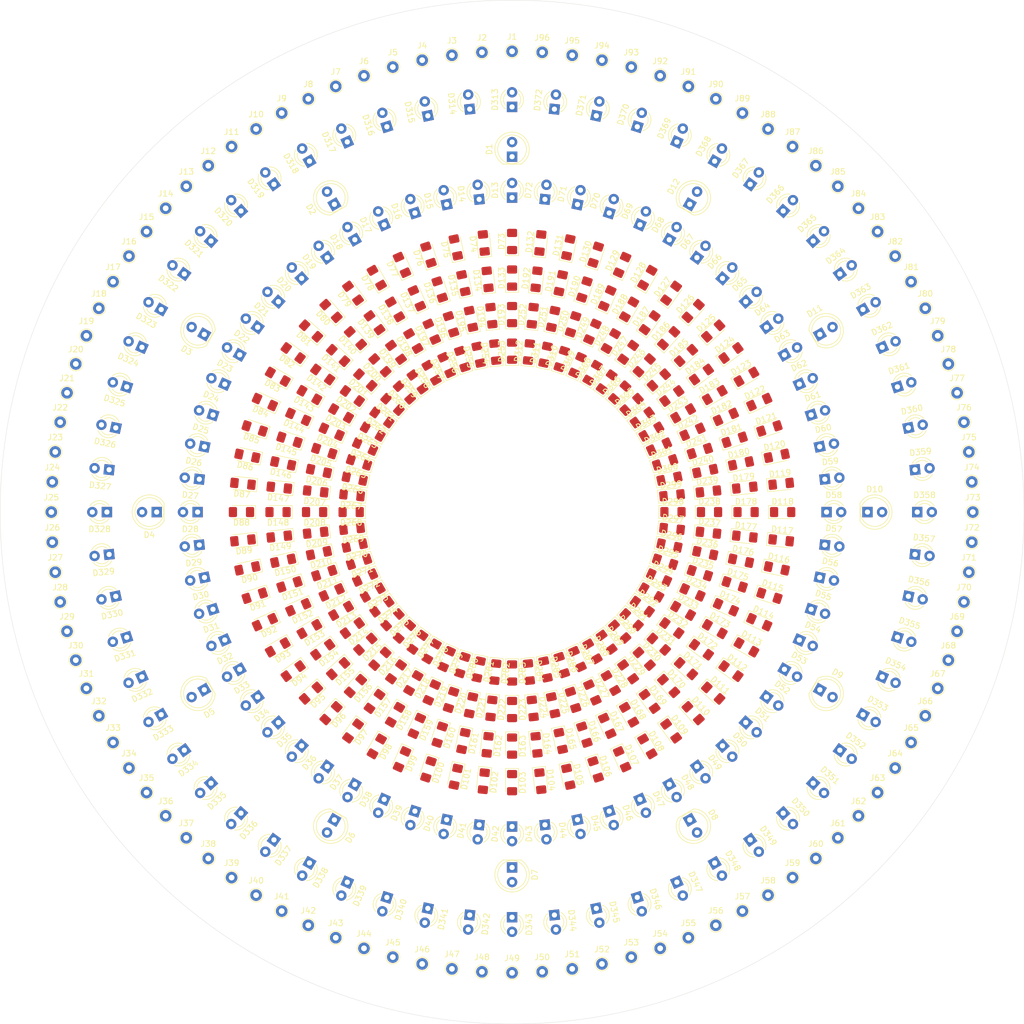
<source format=kicad_pcb>
(kicad_pcb (version 20241229) (generator "pcbnew") (generator_version "9.0")
  (layers (0 "F.Cu" signal) (2 "B.Cu" signal) (13 "F.Paste" user) (15 "B.Paste" user) (5 "F.SilkS" user "F.Silkscreen") (7 "B.SilkS" user "B.Silkscreen") (1 "F.Mask" user) (3 "B.Mask" user) (25 "Edge.Cuts" user))
  (net 0 "")
  (net 1 "/R5_X0")
  (net 2 "/R5_Y0")
  (net 3 "/R5_X1")
  (net 4 "/R5_X2")
  (net 5 "/R5_X3")
  (net 6 "/R5_X4")
  (net 7 "/R5_X5")
  (net 8 "/R5_X6")
  (net 9 "/R5_X7")
  (net 10 "/R5_Y1")
  (net 11 "/R5_Y2")
  (net 12 "/R5_Y3")
  (net 13 "/R5_Y4")
  (net 14 "/R5_Y5")
  (net 15 "/R5_Y6")
  (net 16 "/R5_Y7")
  (net 17 "/R4_Y0")
  (net 18 "/R4_X0")
  (net 19 "/R4_X1")
  (net 20 "/R4_X2")
  (net 21 "/R4_X3")
  (net 22 "/R4_X4")
  (net 23 "/R4_X5")
  (net 24 "/R4_X6")
  (net 25 "/R4_X7")
  (net 26 "/R4_Y1")
  (net 27 "/R4_Y2")
  (net 28 "/R4_Y3")
  (net 29 "/R4_Y4")
  (net 30 "/R4_Y5")
  (net 31 "/R4_Y6")
  (net 32 "/R4_Y7")
  (net 33 "/R3_Y0")
  (net 34 "/R3_X0")
  (net 35 "/R3_X1")
  (net 36 "/R3_X2")
  (net 37 "/R3_X3")
  (net 38 "/R3_X4")
  (net 39 "/R3_X5")
  (net 40 "/R3_X6")
  (net 41 "/R3_X7")
  (net 42 "/R3_Y1")
  (net 43 "/R3_Y2")
  (net 44 "/R3_Y3")
  (net 45 "/R3_Y4")
  (net 46 "/R3_Y5")
  (net 47 "/R3_Y6")
  (net 48 "/R3_Y7")
  (net 49 "/R2_X0")
  (net 50 "/R2_Y0")
  (net 51 "/R2_X1")
  (net 52 "/R2_X2")
  (net 53 "/R2_X3")
  (net 54 "/R2_X4")
  (net 55 "/R2_X5")
  (net 56 "/R2_X6")
  (net 57 "/R2_X7")
  (net 58 "/R2_Y1")
  (net 59 "/R2_Y2")
  (net 60 "/R2_Y3")
  (net 61 "/R2_Y4")
  (net 62 "/R2_Y5")
  (net 63 "/R2_Y6")
  (net 64 "/R2_Y7")
  (net 65 "/R1_Y0")
  (net 66 "/R1_X0")
  (net 67 "/R1_X1")
  (net 68 "/R1_X2")
  (net 69 "/R1_X3")
  (net 70 "/R1_X4")
  (net 71 "/R1_X5")
  (net 72 "/R1_X6")
  (net 73 "/R1_X7")
  (net 74 "/R1_Y1")
  (net 75 "/R1_Y2")
  (net 76 "/R1_Y3")
  (net 77 "/R1_Y4")
  (net 78 "/R1_Y5")
  (net 79 "/R1_Y6")
  (net 80 "/R1_Y7")
  (net 81 "/R7_Y0")
  (net 82 "/R7_X0")
  (net 83 "/R7_X1")
  (net 84 "/R7_X2")
  (net 85 "/R7_X3")
  (net 86 "/R7_X4")
  (net 87 "/R7_X5")
  (net 88 "/R7_X6")
  (net 89 "/R7_X7")
  (net 90 "/R7_Y1")
  (net 91 "/R7_Y2")
  (net 92 "/R7_Y3")
  (net 93 "/R7_Y4")
  (net 94 "/R7_Y5")
  (net 95 "/R7_Y6")
  (net 96 "/R7_Y7")
  (footprint "LED_SMD:LED_1206_3216Metric_Pad1.42x1.75mm_HandSolder" (layer "F.Cu") (at 228.47554 189.164222 -156)
    (property "Reference" "D272")
    (property "Value" "LED")
  )
  (footprint "LED_SMD:LED_1206_3216Metric_Pad1.42x1.75mm_HandSolder" (layer "F.Cu") (at 278.19675 191.77 -30)
    (property "Reference" "D293")
    (property "Value" "LED")
  )
  (footprint "LED_SMD:LED_1206_3216Metric_Pad1.42x1.75mm_HandSolder" (layer "F.Cu") (at 226.213058 180.720525 -174)
    (property "Reference" "D269")
    (property "Value" "LED")
  )
  (footprint "LED_SMD:LED_1206_3216Metric_Pad1.42x1.75mm_HandSolder" (layer "F.Cu") (at 216.873513 194.329777 -156)
    (property "Reference" "D152")
    (property "Value" "LED")
  )
  (footprint "LED_SMD:LED_1206_3216Metric_Pad1.42x1.75mm_HandSolder" (layer "F.Cu") (at 262.633935 204.372519 -72)
    (property "Reference" "D286")
    (property "Value" "LED")
  )
  (footprint "LED_SMD:LED_1206_3216Metric_Pad1.42x1.75mm_HandSolder" (layer "F.Cu") (at 233.236534 159.104491 138)
    (property "Reference" "D261")
    (property "Value" "LED")
  )
  (footprint "LED_SMD:LED_1206_3216Metric_Pad1.42x1.75mm_HandSolder" (layer "F.Cu") (at 209.309854 192.320709 -162)
    (property "Reference" "D91")
    (property "Value" "LED")
  )
  (footprint "LED_SMD:LED_1206_3216Metric_Pad1.42x1.75mm_HandSolder" (layer "F.Cu") (at 276.944488 203.282436 -48)
    (property "Reference" "D230")
    (property "Value" "LED")
  )
  (footprint "LED_SMD:LED_1206_3216Metric_Pad1.42x1.75mm_HandSolder" (layer "F.Cu") (at 237.57728 200.403935 -126)
    (property "Reference" "D277")
    (property "Value" "LED")
  )
  (footprint "LED_THT:LED_D3.0mm" (layer "F.Cu") (at 323.972572 170.445586 6)
    (property "Reference" "D359")
    (property "Value" "LED")
  )
  (footprint "LED_SMD:LED_1206_3216Metric_Pad1.42x1.75mm_HandSolder" (layer "F.Cu") (at 236.855 207.496011 -120)
    (property "Reference" "D218")
    (property "Value" "LED")
  )
  (footprint "LED_THT:LED_D3.0mm" (layer "F.Cu") (at 310.920818 219.155395 -36)
    (property "Reference" "D352")
    (property "Value" "LED")
  )
  (footprint "LED_THT:LED_D3.0mm" (layer "F.Cu") (at 265.354057 231.21664 -78)
    (property "Reference" "D45")
    (property "Value" "LED")
  )
  (footprint "TestPoint:TestPoint_THTPad_D2.0mm_Drill1.0mm" (layer "F.Cu") (at 264.443401 98.474497)
    (property "Reference" "J95")
    (property "Value" "PIN")
  )
  (footprint "LED_SMD:LED_1206_3216Metric_Pad1.42x1.75mm_HandSolder" (layer "F.Cu") (at 262.449531 138.048082 78)
    (property "Reference" "D191")
    (property "Value" "LED")
  )
  (footprint "LED_SMD:LED_1206_3216Metric_Pad1.42x1.75mm_HandSolder" (layer "F.Cu") (at 231.396065 161.37728 144)
    (property "Reference" "D262")
    (property "Value" "LED")
  )
  (footprint "LED_SMD:LED_1206_3216Metric_Pad1.42x1.75mm_HandSolder" (layer "F.Cu") (at 283.696011 194.945 -30)
    (property "Reference" "D233")
    (property "Value" "LED")
  )
  (footprint "LED_SMD:LED_1206_3216Metric_Pad1.42x1.75mm_HandSolder" (layer "F.Cu") (at 258.911792 131.067416 84)
    (property "Reference" "D132")
    (property "Value" "LED")
  )
  (footprint "LED_SMD:LED_1206_3216Metric_Pad1.42x1.75mm_HandSolder" (layer "F.Cu") (at 215.349063 165.241549 162)
    (property "Reference" "D145")
    (property "Value" "LED")
  )
  (footprint "LED_THT:LED_D3.0mm" (layer "F.Cu") (at 303.888717 155.588112 24)
    (property "Reference" "D62")
    (property "Value" "LED")
  )
  (footprint "TestPoint:TestPoint_THTPad_D2.0mm_Drill1.0mm" (layer "F.Cu") (at 174.674497 167.356599)
    (property "Reference" "J23")
    (property "Value" "PIN")
  )
  (footprint "LED_SMD:LED_1206_3216Metric_Pad1.42x1.75mm_HandSolder" (layer "F.Cu") (at 220.459319 170.670708 168)
    (property "Reference" "D206")
    (property "Value" "LED")
  )
  (footprint "LED_SMD:LED_1206_3216Metric_Pad1.42x1.75mm_HandSolder" (layer "F.Cu") (at 245.366065 204.372519 -108)
    (property "Reference" "D280")
    (property "Value" "LED")
  )
  (footprint "LED_SMD:LED_1206_3216Metric_Pad1.42x1.75mm_HandSolder" (layer "F.Cu") (at 280.572519 169.166065 18)
    (property "Reference" "D301")
    (property "Value" "LED")
  )
  (footprint "LED_SMD:LED_1206_3216Metric_Pad1.42x1.75mm_HandSolder" (layer "F.Cu") (at 211.072499 158.687445 156)
    (property "Reference" "D84")
    (property "Value" "LED")
  )
  (footprint "LED_SMD:LED_1206_3216Metric_Pad1.42x1.75mm_HandSolder" (layer "F.Cu") (at 285.442447 212.720375 -48)
    (property "Reference" "D110")
    (property "Value" "LED")
  )
  (footprint "LED_SMD:LED_1206_3216Metric_Pad1.42x1.75mm_HandSolder" (layer "F.Cu") (at 236.855 148.103989 120)
    (property "Reference" "D198")
    (property "Value" "LED")
  )
  (footprint "TestPoint:TestPoint_THTPad_D2.0mm_Drill1.0mm" (layer "F.Cu") (at 259.232904 97.961308)
    (property "Reference" "J96")
    (property "Value" "PIN")
  )
  (footprint "LED_SMD:LED_1206_3216Metric_Pad1.42x1.75mm_HandSolder" (layer "F.Cu") (at 218.804728 157.48 150)
    (property "Reference" "D143")
    (property "Value" "LED")
  )
  (footprint "LED_THT:LED_D3.0mm" (layer "F.Cu") (at 248.291701 123.489159 96)
    (property "Reference" "D14")
    (property "Value" "LED")
  )
  (footprint "LED_THT:LED_D3.0mm" (layer "F.Cu") (at 197.079182 219.155395 -144)
    (property "Reference" "D334")
    (property "Value" "LED")
  )
  (footprint "LED_THT:LED_D3.0mm" (layer "F.Cu") (at 254 123.19 90)
    (property "Reference" "D13")
    (property "Value" "LED")
  )
  (footprint "TestPoint:TestPoint_THTPad_D2.0mm_Drill1.0mm" (layer "F.Cu") (at 284.618501 103.880399)
    (property "Reference" "J91")
    (property "Value" "PIN")
  )
  (footprint "TestPoint:TestPoint_THTPad_D2.0mm_Drill1.0mm" (layer "F.Cu") (at 213.995 108.509307)
    (property "Reference" "J9")
    (property "Value" "PIN")
  )
  (footprint "LED_THT:LED_D3.0mm" (layer "F.Cu") (at 199.689159 183.508299 -174)
    (property "Reference" "D29")
    (property "Value" "LED")
  )
  (footprint "LED_SMD:LED_1206_3216Metric_Pad1.42x1.75mm_HandSolder" (layer "F.Cu") (at 237.57728 155.196065 126)
    (property "Reference" "D259")
    (property "Value" "LED")
  )
  (footprint "LED_SMD:LED_1206_3216Metric_Pad1.42x1.75mm_HandSolder" (layer "F.Cu") (at 240.053001 209.125474 -114)
    (property "Reference" "D219")
    (property "Value" "LED")
  )
  (footprint "LED_THT:LED_D3.0mm" (layer "F.Cu") (at 301.078691 230.086184 -48)
    (property "Reference" "D350")
    (property "Value" "LED")
  )
  (footprint "TestPoint:TestPoint_THTPad_D2.0mm_Drill1.0mm" (layer "F.Cu") (at 248.767096 97.961308)
    (property "Reference" "J2")
    (property "Value" "PIN")
  )
  (footprint "LED_THT:LED_D3.0mm" (layer "F.Cu") (at 275.741818 244.714434 -72)
    (property "Reference" "D346")
    (property "Value" "LED")
  )
  (footprint "LED_SMD:LED_1206_3216Metric_Pad1.42x1.75mm_HandSolder" (layer "F.Cu") (at 266.558451 139.149063 72)
    (property "Reference" "D190")
    (property "Value" "LED")
  )
  (footprint "LED_THT:LED_D3.0mm" (layer "F.Cu") (at 322.820509 192.428251 -12)
    (property "Reference" "D356")
    (property "Value" "LED")
  )
  (footprint "LED_SMD:LED_1206_3216Metric_Pad1.42x1.75mm_HandSolder" (layer "F.Cu") (at 286.878451 201.687593 -36)
    (property "Reference" "D172")
    (property "Value" "LED")
  )
  (footprint "LED_SMD:LED_1206_3216Metric_Pad1.42x1.75mm_HandSolder" (layer "F.Cu") (at 284.201406 150.606532 42)
    (property "Reference" "D185")
    (property "Value" "LED")
  )
  (footprint "LED_SMD:LED_1206_3216Metric_Pad1.42x1.75mm_HandSolder" (layer "F.Cu") (at 281.193468 208.001406 -48)
    (property "Reference" "D170")
    (property "Value" "LED")
  )
  (footprint "LED_SMD:LED_1206_3216Metric_Pad1.42x1.75mm_HandSolder" (layer "F.Cu") (at 227.427481 169.166065 162)
    (property "Reference" "D265")
    (property "Value" "LED")
  )
  (footprint "LED_SMD:LED_1206_3216Metric_Pad1.42x1.75mm_HandSolder" (layer "F.Cu") (at 267.97 153.60325 60)
    (property "Reference" "D308")
    (property "Value" "LED")
  )
  (footprint "LED_THT:LED_D3.0mm" (layer "F.Cu") (at 209.819582 145.701047 144)
    (property "Reference" "D22")
    (property "Value" "LED")
  )
  (footprint "LED_SMD:LED_1206_3216Metric_Pad1.42x1.75mm_HandSolder" (layer "F.Cu") (at 292.015709 205.420029 -36)
    (property "Reference" "D112")
    (property "Value" "LED")
  )
  (footprint "LED_SMD:LED_1206_3216Metric_Pad1.42x1.75mm_HandSolder" (layer "F.Cu") (at 226.670556 171.990947 168)
    (property "Reference" "D266")
    (property "Value" "LED")
  )
  (footprint "LED_SMD:LED_1206_3216Metric_Pad1.42x1.75mm_HandSolder" (layer "F.Cu") (at 278.19675 163.83 30)
    (property "Reference" "D303")
    (property "Value" "LED")
  )
  (footprint "LED_SMD:LED_1206_3216Metric_Pad1.42x1.75mm_HandSolder" (layer "F.Cu") (at 208.036844 168.03023 168)
    (property "Reference" "D86")
    (property "Value" "LED")
  )
  (footprint "LED_SMD:LED_1206_3216Metric_Pad1.42x1.75mm_HandSolder" (layer "F.Cu") (at 254 130.81 90)
    (property "Reference" "D73")
    (property "Value" "LED")
  )
  (footprint "LED_SMD:LED_1206_3216Metric_Pad1.42x1.75mm_HandSolder" (layer "F.Cu") (at 281.193468 147.598594 48)
    (property "Reference" "D186")
    (property "Value" "LED")
  )
  (footprint "LED_THT:LED_D3.0mm" (layer "F.Cu") (at 290.541222 218.383139 -48)
    (property "Reference" "D50")
    (property "Value" "LED")
  )
  (footprint "LED_SMD:LED_1206_3216Metric_Pad1.42x1.75mm_HandSolder" (layer "F.Cu") (at 240.03 201.99675 -120)
    (property "Reference" "D278")
    (property "Value" "LED")
  )
  (footprint "LED_THT:LED_D3.0mm" (layer "F.Cu") (at 261.354414 247.772572 -84)
    (property "Reference" "D344")
    (property "Value" "LED")
  )
  (footprint "LED_SMD:LED_1206_3216Metric_Pad1.42x1.75mm_HandSolder" (layer "F.Cu") (at 226.379971 215.815709 -126)
    (property "Reference" "D97")
    (property "Value" "LED")
  )
  (footprint "LED_THT:LED_D3.0mm" (layer "F.Cu") (at 259.708299 123.489159 84)
    (property "Reference" "D72")
    (property "Value" "LED")
  )
  (footprint "LED_SMD:LED_1206_3216Metric_Pad1.42x1.75mm_HandSolder" (layer "F.Cu") (at 254 137.16 90)
    (property "Reference" "D133")
    (property "Value" "LED")
  )
  (footprint "LED_SMD:LED_1206_3216Metric_Pad1.42x1.75mm_HandSolder" (layer "F.Cu") (at 231.055512 152.317564 132)
    (property "Reference" "D200")
    (property "Value" "LED")
  )
  (footprint "LED_THT:LED_D3.0mm" (layer "F.Cu") (at 239.371749 108.979491 102)
    (property "Reference" "D315")
    (property "Value" "LED")
  )
  (footprint "LED_SMD:LED_1206_3216Metric_Pad1.42x1.75mm_HandSolder" (layer "F.Cu") (at 281.620029 139.784291 54)
    (property "Reference" "D127")
    (property "Value" "LED")
  )
  (footprint "LED_THT:LED_D3.0mm" (layer "F.Cu") (at 213.416861 141.258778 138)
    (property "Reference" "D21")
    (property "Value" "LED")
  )
  (footprint "TestPoint:TestPoint_THTPad_D2.0mm_Drill1.0mm" (layer "F.Cu") (at 279.718372 102.03612)
    (property "Reference" "J92")
    (property "Value" "PIN")
  )
  (footprint "TestPoint:TestPoint_THTPad_D2.0mm_Drill1.0mm" (layer "F.Cu") (at 274.708112 100.516275)
    (property "Reference" "J93")
    (property "Value" "PIN")
  )
  (footprint "LED_SMD:LED_1206_3216Metric_Pad1.42x1.75mm_HandSolder" (layer "F.Cu") (at 221.388272 167.203807 162)
    (property "Reference" "D205")
    (property "Value" "LED")
  )
  (footprint "LED_SMD:LED_1206_3216Metric_Pad1.42x1.75mm_HandSolder" (layer "F.Cu") (at 300.732584 182.711792 -6)
    (property "Reference" "D117")
    (property "Value" "LED")
  )
  (footprint "TestPoint:TestPoint_THTPad_D2.0mm_Drill1.0mm" (layer "F.Cu") (at 180.080399 208.418501)
    (property "Reference" "J31")
    (property "Value" "PIN")
  )
  (footprint "LED_THT:LED_D3.0mm" (layer "F.Cu") (at 199.689159 172.091701 174)
    (property "Reference" "D27")
    (property "Value" "LED")
  )
  (footprint "LED_SMD:LED_1206_3216Metric_Pad1.42x1.75mm_HandSolder" (layer "F.Cu") (at 219.897844 181.384281 -174)
    (property "Reference" "D209")
    (property "Value" "LED")
  )
  (footprint "TestPoint:TestPoint_THTPad_D2.0mm_Drill1.0mm" (layer "F.Cu") (at 193.845297 230.554259)
    (property "Reference" "J36")
    (property "Value" "PIN")
  )
  (footprint "LED_THT:LED_D3.0mm" (layer "F.Cu") (at 202.062804 194.675418 -162)
    (property "Reference" "D31")
    (property "Value" "LED")
  )
  (footprint "TestPoint:TestPoint_THTPad_D2.0mm_Drill1.0mm" (layer "F.Cu") (at 209.548826 111.274116)
    (property "Reference" "J10")
    (property "Value" "PIN")
  )
  (footprint "LED_THT:LED_D3.0mm" (layer "F.Cu") (at 237.124582 229.737196 -108)
    (property "Reference" "D40")
    (property "Value" "LED")
  )
  (footprint "LED_THT:LED_D3.0mm" (layer "F.Cu") (at 246.645586 247.772572 -96)
    (property "Reference" "D342")
    (property "Value" "LED")
  )
  (footprint "LED_THT:LED_D3.0mm" (layer "F.Cu") (at 231.788112 127.911283 114)
    (property "Reference" "D17")
    (property "Value" "LED")
  )
  (footprint "LED_SMD:LED_1206_3216Metric_Pad1.42x1.75mm_HandSolder" (layer "F.Cu") (at 254 149.86 90)
    (property "Reference" "D253")
    (property "Value" "LED")
  )
  (footprint "LED_SMD:LED_1206_3216Metric_Pad1.42x1.75mm_HandSolder" (layer "F.Cu") (at 285.325474 191.746999 -24)
    (property "Reference" "D234")
    (property "Value" "LED")
  )
  (footprint "LED_SMD:LED_1206_3216Metric_Pad1.42x1.75mm_HandSolder" (layer "F.Cu") (at 272.695509 198.563466 -48)
    (property "Reference" "D290")
    (property "Value" "LED")
  )
  (footprint "LED_SMD:LED_1206_3216Metric_Pad1.42x1.75mm_HandSolder" (layer "F.Cu") (at 228.47554 166.435778 156)
    (property "Reference" "D264")
    (property "Value" "LED")
  )
  (footprint "TestPoint:TestPoint_THTPad_D2.0mm_Drill1.0mm" (layer "F.Cu") (at 197.424386 121.224386)
    (property "Reference" "J13")
    (property "Value" "PIN")
  )
  (footprint "LED_SMD:LED_1206_3216Metric_Pad1.42x1.75mm_HandSolder" (layer "F.Cu") (at 287.540681 170.670708 12)
    (property "Reference" "D240")
    (property "Value" "LED")
  )
  (footprint "TestPoint:TestPoint_THTPad_D2.0mm_Drill1.0mm" (layer "F.Cu") (at 205.292998 241.276201)
    (property "Reference" "J39")
    (property "Value" "PIN")
  )
  (footprint "LED_SMD:LED_1206_3216Metric_Pad1.42x1.75mm_HandSolder" (layer "F.Cu") (at 256.920525 205.586942 -84)
    (property "Reference" "D284")
    (property "Value" "LED")
  )
  (footprint "TestPoint:TestPoint_THTPad_D2.0mm_Drill1.0mm" (layer "F.Cu") (at 175.52737 193.409177)
    (property "Reference" "J28")
    (property "Value" "PIN")
  )
  (footprint "LED_SMD:LED_1206_3216Metric_Pad1.42x1.75mm_HandSolder" (layer "F.Cu") (at 292.650937 190.358451 -18)
    (property "Reference" "D175")
    (property "Value" "LED")
  )
  (footprint "LED_SMD:LED_1206_3216Metric_Pad1.42x1.75mm_HandSolder" (layer "F.Cu") (at 279.482436 154.855512 42)
    (property "Reference" "D245")
    (property "Value" "LED")
  )
  (footprint "LED_SMD:LED_1206_3216Metric_Pad1.42x1.75mm_HandSolder" (layer "F.Cu") (at 246.870708 211.340681 -102)
    (property "Reference" "D221")
    (property "Value" "LED")
  )
  (footprint "LED_SMD:LED_1206_3216Metric_Pad1.42x1.75mm_HandSolder" (layer "F.Cu") (at 248.190947 150.470556 102)
    (property "Reference" "D255")
    (property "Value" "LED")
  )
  (footprint "LED_THT:LED_D3.0mm" (layer "F.Cu") (at 226.695 225.093647 -120)
    (property "Reference" "D38")
    (property "Value" "LED")
  )
  (footprint "LED_SMD:LED_1206_3216Metric_Pad1.42x1.75mm_HandSolder" (layer "F.Cu") (at 222.557553 212.720375 -132)
    (property "Reference" "D96")
    (property "Value" "LED")
  )
  (footprint "LED_SMD:LED_1206_3216Metric_Pad1.42x1.75mm_HandSolder" (layer "F.Cu") (at 226.670556 183.609053 -168)
    (property "Reference" "D270")
    (property "Value" "LED")
  )
  (footprint "LED_THT:LED_D3.0mm" (layer "F.Cu") (at 199.39 177.8 180)
    (property "Reference" "D28")
    (property "Value" "LED")
  )
  (footprint "LED_THT:LED_D3.0mm" (layer "F.Cu") (at 193.068185 142.621 150)
    (property "Reference" "D323")
    (property "Value" "LED")
  )
  (footprint "LED_THT:LED_D3.0mm" (layer "F.Cu") (at 275.741818 110.885566 72)
    (property "Reference" "D370")
    (property "Value" "LED")
  )
  (footprint "LED_SMD:LED_1206_3216Metric_Pad1.42x1.75mm_HandSolder" (layer "F.Cu") (at 224.303989 194.945 -150)
    (property "Reference" "D213")
    (property "Value" "LED")
  )
  (footprint "TestPoint:TestPoint_THTPad_D2.0mm_Drill1.0mm" (layer "F.Cu") (at 306.754259 117.645297)
    (property "Reference" "J86")
    (property "Value" "PIN")
  )
  (footprint "LED_SMD:LED_1206_3216Metric_Pad1.42x1.75mm_HandSolder" (layer "F.Cu") (at 222.557553 142.879625 132)
    (property "Reference" "D80")
    (property "Value" "LED")
  )
  (footprint "LED_THT:LED_D3.0mm" (layer "F.Cu") (at 282.617177 242.075231 -66)
    (property "Reference" "D347")
    (property "Value" "LED")
  )
  (footprint "LED_SMD:LED_1206_3216Metric_Pad1.42x1.75mm_HandSolder" (layer "F.Cu") (at 254 218.44 -90)
    (property "Reference" "D163")
    (property "Value" "LED")
  )
  (footprint "LED_SMD:LED_1206_3216Metric_Pad1.42x1.75mm_HandSolder" (layer "F.Cu") (at 296.927501 196.912555 -24)
    (property "Reference" "D114")
    (property "Value" "LED")
  )
  (footprint "TestPoint:TestPoint_THTPad_D2.0mm_Drill1.0mm" (layer "F.Cu") (at 310.575614 234.375614)
    (property "Reference" "J61")
    (property "Value" "PIN")
  )
  (footprint "TestPoint:TestPoint_THTPad_D2.0mm_Drill1.0mm" (layer "F.Cu") (at 325.758788 213.187518)
    (property "Reference" "J66")
    (property "Value" "PIN")
  )
  (footprint "LED_SMD:LED_1206_3216Metric_Pad1.42x1.75mm_HandSolder" (layer "F.Cu") (at 250.415719 211.902156 -96)
    (property "Reference" "D222")
    (property "Value" "LED")
  )
  (footprint "TestPoint:TestPoint_THTPad_D2.0mm_Drill1.0mm" (layer "F.Cu") (at 223.381499 251.719601)
    (property "Reference" "J43")
    (property "Value" "PIN")
  )
  (footprint "LED_SMD:LED_1206_3216Metric_Pad1.42x1.75mm_HandSolder" (layer "F.Cu") (at 294.694534 201.295 -30)
    (property "Reference" "D113")
    (property "Value" "LED")
  )
  (footprint "LED_SMD:LED_1206_3216Metric_Pad1.42x1.75mm_HandSolder" (layer "F.Cu") (at 259.809053 150.470556 78)
    (property "Reference" "D311")
    (property "Value" "LED")
  )
  (footprint "LED_SMD:LED_1206_3216Metric_Pad1.42x1.75mm_HandSolder" (layer "F.Cu") (at 226.213058 174.879475 174)
    (property "Reference" "D267")
    (property "Value" "LED")
  )
  (footprint "LED_SMD:LED_1206_3216Metric_Pad1.42x1.75mm_HandSolder" (layer "F.Cu") (at 279.52446 189.164222 -24)
    (property "Reference" "D294")
    (property "Value" "LED")
  )
  (footprint "LED_THT:LED_D3.0mm" (layer "F.Cu") (at 294.583139 141.258778 42)
    (property "Reference" "D65")
    (property "Value" "LED")
  )
  (footprint "LED_SMD:LED_1206_3216Metric_Pad1.42x1.75mm_HandSolder" (layer "F.Cu") (at 250.415719 143.697844 96)
    (property "Reference" "D194")
    (property "Value" "LED")
  )
  (footprint "LED_SMD:LED_1206_3216Metric_Pad1.42x1.75mm_HandSolder" (layer "F.Cu") (at 231.055512 203.282436 -132)
    (property "Reference" "D216")
    (property "Value" "LED")
  )
  (footprint "LED_THT:LED_D3.0mm" (layer "F.Cu") (at 282.617177 113.524769 66)
    (property "Reference" "D369")
    (property "Value" "LED")
  )
  (footprint "LED_SMD:LED_1206_3216Metric_Pad1.42x1.75mm_HandSolder" (layer "F.Cu") (at 234.887445 134.872499 114)
    (property "Reference" "D77")
    (property "Value" "LED")
  )
  (footprint "LED_THT:LED_D3.0mm" (layer "F.Cu") (at 308.61 177.8)
    (property "Reference" "D58")
    (property "Value" "LED")
  )
  (footprint "LED_SMD:LED_1206_3216Metric_Pad1.42x1.75mm_HandSolder" (layer "F.Cu") (at 211.072499 196.912555 -156)
    (property "Reference" "D92")
    (property "Value" "LED")
  )
  (footprint "LED_SMD:LED_1206_3216Metric_Pad1.42x1.75mm_HandSolder" (layer "F.Cu") (at 215.984291 150.179971 144)
    (property "Reference" "D82")
    (property "Value" "LED")
  )
  (footprint "TestPoint:TestPoint_THTPad_D2.0mm_Drill1.0mm" (layer "F.Cu") (at 294.005 247.090693)
    (property "Reference" "J57")
    (property "Value" "PIN")
  )
  (footprint "LED_SMD:LED_1206_3216Metric_Pad1.42x1.75mm_HandSolder" (layer "F.Cu") (at 294.41737 182.048037 -6)
    (property "Reference" "D177")
    (property "Value" "LED")
  )
  (footprint "LED_SMD:LED_1206_3216Metric_Pad1.42x1.75mm_HandSolder" (layer "F.Cu") (at 249.088208 131.067416 96)
    (property "Reference" "D74")
    (property "Value" "LED")
  )
  (footprint "TestPoint:TestPoint_THTPad_D2.0mm_Drill1.0mm" (layer "F.Cu") (at 176.716275 198.508112)
    (property "Reference" "J29")
    (property "Value" "PIN")
  )
  (footprint "LED_SMD:LED_1206_3216Metric_Pad1.42x1.75mm_HandSolder" (layer "F.Cu") (at 300.732584 172.888208 6)
    (property "Reference" "D119")
    (property "Value" "LED")
  )
  (footprint "TestPoint:TestPoint_THTPad_D2.0mm_Drill1.0mm" (layer "F.Cu") (at 197.424386 234.375614)
    (property "Reference" "J37")
    (property "Value" "PIN")
  )
  (footprint "LED_SMD:LED_1206_3216Metric_Pad1.42x1.75mm_HandSolder" (layer "F.Cu") (at 264.596193 210.411728 -72)
    (property "Reference" "D226")
    (property "Value" "LED")
  )
  (footprint "TestPoint:TestPoint_THTPad_D2.0mm_Drill1.0mm" (layer "F.Cu") (at 176.716275 157.091888)
    (property "Reference" "J21")
    (property "Value" "PIN")
  )
  (footprint "LED_SMD:LED_1206_3216Metric_Pad1.42x1.75mm_HandSolder" (layer "F.Cu") (at 226.06 177.8 180)
    (property "Reference" "D268")
    (property "Value" "LED")
  )
  (footprint "LED_SMD:LED_1206_3216Metric_Pad1.42x1.75mm_HandSolder" (layer "F.Cu") (at 288.920375 146.357553 42)
    (property "Reference" "D125")
    (property "Value" "LED")
  )
  (footprint "LED_THT:LED_D3.0mm" (layer "F.Cu") (at 206.921309 230.086184 -132)
    (property "Reference" "D336")
    (property "Value" "LED")
  )
  (footprint "TestPoint:TestPoint_THTPad_D2.0mm_Drill1.0mm" (layer "F.Cu") (at 173.99 177.8)
    (property "Reference" "J25")
    (property "Value" "PIN")
  )
  (footprint "LED_THT:LED_D3.0mm" (layer "F.Cu") (at 268.628251 108.979491 78)
    (property "Reference" "D371")
    (property "Value" "LED")
  )
  (footprint "TestPoint:TestPoint_THTPad_D2.0mm_Drill1.0mm" (layer "F.Cu") (at 184.709307 217.805)
    (property "Reference" "J33")
    (property "Value" "PIN")
  )
  (footprint "LED_THT:LED_D3.0mm" (layer "F.Cu") (at 204.111283 155.588112 156)
    (property "Reference" "D24")
    (property "Value" "LED")
  )
  (footprint "LED_SMD:LED_1206_3216Metric_Pad1.42x1.75mm_HandSolder" (layer "F.Cu") (at 264.596193 145.188272 72)
    (property "Reference" "D250")
    (property "Value" "LED")
  )
  (footprint "LED_SMD:LED_1206_3216Metric_Pad1.42x1.75mm_HandSolder" (layer "F.Cu") (at 226.258807 197.955156 -144)
    (property "Reference" "D214")
    (property "Value" "LED")
  )
  (footprint "LED_SMD:LED_1206_3216Metric_Pad1.42x1.75mm_HandSolder" (layer "F.Cu") (at 261.129292 211.340681 -78)
    (property "Reference" "D225")
    (property "Value" "LED")
  )
  (footprint "TestPoint:TestPoint_THTPad_D2.0mm_Drill1.0mm" (layer "F.Cu") (at 310.575614 121.224386)
    (property "Reference" "J85")
    (property "Value" "PIN")
  )
  (footprint "TestPoint:TestPoint_THTPad_D2.0mm_Drill1.0mm" (layer "F.Cu") (at 298.451174 111.274116)
    (property "Reference" "J88")
    (property "Value" "PIN")
  )
  (footprint "LED_THT:LED_D3.0mm" (layer "F.Cu") (at 213.416861 214.341222 -138)
    (property "Reference" "D35")
    (property "Value" "LED")
  )
  (footprint "TestPoint:TestPoint_THTPad_D2.0mm_Drill1.0mm" (layer "F.Cu") (at 243.556599 98.474497)
    (property "Reference" "J3")
    (property "Value" "PIN")
  )
  (footprint "TestPoint:TestPoint_THTPad_D2.0mm_Drill1.0mm" (layer "F.Cu") (at 174.161308 172.567096)
    (property "Reference" "J24")
    (property "Value" "PIN")
  )
  (footprint "LED_SMD:LED_1206_3216Metric_Pad1.42x1.75mm_HandSolder" (layer "F.Cu") (at 222.674526 163.853001 156)
    (property "Reference" "D204")
    (property "Value" "LED")
  )
  (footprint "LED_SMD:LED_1206_3216Metric_Pad1.42x1.75mm_HandSolder" (layer "F.Cu") (at 288.102156 174.215719 6)
    (property "Reference" "D239")
    (property "Value" "LED")
  )
  (footprint "LED_SMD:LED_1206_3216Metric_Pad1.42x1.75mm_HandSolder" (layer "F.Cu") (at 286.611728 188.396193 -18)
    (property "Reference" "D235")
    (property "Value" "LED")
  )
  (footprint "LED_THT:LED_D3.0mm" (layer "F.Cu") (at 212.644605 234.720818 -126)
    (property "Reference" "D337")
    (property "Value" "LED")
  )
  (footprint "LED_SMD:LED_1206_3216Metric_Pad1.42x1.75mm_HandSolder" (layer "F.Cu") (at 293.751918 186.249531 -12)
    (property "Reference" "D176")
    (property "Value" "LED")
  )
  (footprint "LED_THT:LED_D3.0mm" (layer "F.Cu") (at 306.286184 224.878691 -42)
    (property "Reference" "D351")
    (property "Value" "LED")
  )
  (footprint "LED_SMD:LED_1206_3216Metric_Pad1.42x1.75mm_HandSolder" (layer "F.Cu") (at 245.366065 151.227481 108)
    (property "Reference" "D256")
    (property "Value" "LED")
  )
  (footprint "LED_THT:LED_D5.0mm" (layer "F.Cu") (at 307.44849 146.9415 30)
    (property "Reference" "D11")
    (property "Value" "LED")
  )
  (footprint "LED_SMD:LED_1206_3216Metric_Pad1.42x1.75mm_HandSolder" (layer "F.Cu") (at 263.76977 223.763156 -78)
    (property "Reference" "D105")
    (property "Value" "LED")
  )
  (footprint "TestPoint:TestPoint_THTPad_D2.0mm_Drill1.0mm" (layer "F.Cu") (at 190.523799 129.092998)
    (property "Reference" "J15")
    (property "Value" "PIN")
  )
  (footprint "LED_SMD:LED_1206_3216Metric_Pad1.42x1.75mm_HandSolder" (layer "F.Cu") (at 220.459319 184.929292 -168)
    (property "Reference" "D210")
    (property "Value" "LED")
  )
  (footprint "LED_SMD:LED_1206_3216Metric_Pad1.42x1.75mm_HandSolder" (layer "F.Cu") (at 277.495 137.105466 60)
    (property "Reference" "D128")
    (property "Value" "LED")
  )
  (footprint "LED_THT:LED_D3.0mm" (layer "F.Cu") (at 239.371749 246.620509 -102)
    (property "Reference" "D341")
    (property "Value" "LED")
  )
  (footprint "LED_THT:LED_D3.0mm" (layer "F.Cu") (at 261.354414 107.827428 84)
    (property "Reference" "D372")
    (property "Value" "LED")
  )
  (footprint "LED_SMD:LED_1206_3216Metric_Pad1.42x1.75mm_HandSolder" (layer "F.Cu") (at 241.441549 216.450937 -108)
    (property "Reference" "D160")
    (property "Value" "LED")
  )
  (footprint "LED_SMD:LED_1206_3216Metric_Pad1.42x1.75mm_HandSolder" (layer "F.Cu") (at 270.529777 140.673513 66)
    (property "Reference" "D189")
    (property "Value" "LED")
  )
  (footprint "LED_THT:LED_D3.0mm" (layer "F.Cu") (at 209.819582 209.898953 -144)
    (property "Reference" "D34")
    (property "Value" "LED")
  )
  (footprint "LED_SMD:LED_1206_3216Metric_Pad1.42x1.75mm_HandSolder" (layer "F.Cu") (at 227.427481 186.433935 -162)
    (property "Reference" "D271")
    (property "Value" "LED")
  )
  (footprint "LED_THT:LED_D3.0mm" (layer "F.Cu") (at 206.706353 205.105 -150)
    (property "Reference" "D33")
    (property "Value" "LED")
  )
  (footprint "LED_SMD:LED_1206_3216Metric_Pad1.42x1.75mm_HandSolder" (layer "F.Cu") (at 258.248037 137.38263 84)
    (property "Reference" "D192")
    (property "Value" "LED")
  )
  (footprint "TestPoint:TestPoint_THTPad_D2.0mm_Drill1.0mm" (layer "F.Cu") (at 320.525884 133.348826)
    (property "Reference" "J82")
    (property "Value" "PIN")
  )
  (footprint "LED_SMD:LED_1206_3216Metric_Pad1.42x1.75mm_HandSolder" (layer "F.Cu") (at 257.584281 211.902156 -84)
    (property "Reference" "D224")
    (property "Value" "LED")
  )
  (footprint "LED_SMD:LED_1206_3216Metric_Pad1.42x1.75mm_HandSolder" (layer "F.Cu") (at 294.694534 154.305 30)
    (property "Reference" "D123")
    (property "Value" "LED")
  )
  (footprint "LED_THT:LED_D3.0mm" (layer "F.Cu") (at 185.179491 163.171749 168)
    (property "Reference" "D326")
    (property "Value" "LED")
  )
  (footprint "LED_SMD:LED_1206_3216Metric_Pad1.42x1.75mm_HandSolder" (layer "F.Cu") (at 245.550469 217.551918 -102)
    (property "Reference" "D161")
    (property "Value" "LED")
  )
  (footprint "LED_THT:LED_D3.0mm" (layer "F.Cu") (at 305.937196 194.675418 -18)
    (property "Reference" "D55")
    (property "Value" "LED")
  )
  (footprint "LED_SMD:LED_1206_3216Metric_Pad1.42x1.75mm_HandSolder" (layer "F.Cu") (at 233.236534 196.495509 -138)
    (property "Reference" "D275")
    (property "Value" "LED")
  )
  (footprint "LED_SMD:LED_1206_3216Metric_Pad1.42x1.75mm_HandSolder" (layer "F.Cu") (at 233.68 212.995272 -120)
    (property "Reference" "D158")
    (property "Value" "LED")
  )
  (footprint "TestPoint:TestPoint_THTPad_D2.0mm_Drill1.0mm" (layer "F.Cu") (at 213.995 247.090693)
    (property "Reference" "J41")
    (property "Value" "PIN")
  )
  (footprint "LED_SMD:LED_1206_3216Metric_Pad1.42x1.75mm_HandSolder" (layer "F.Cu") (at 228.517564 154.855512 138)
    (property "Reference" "D201")
    (property "Value" "LED")
  )
  (footprint "LED_THT:LED_D3.0mm" (layer "F.Cu") (at 226.695 130.506353 120)
    (property "Reference" "D18")
    (property "Value" "LED")
  )
  (footprint "LED_SMD:LED_1206_3216Metric_Pad1.42x1.75mm_HandSolder" (layer "F.Cu") (at 216.873513 161.270223 156)
    (property "Reference" "D144")
    (property "Value" "LED")
  )
  (footprint "LED_SMD:LED_1206_3216Metric_Pad1.42x1.75mm_HandSolder" (layer "F.Cu") (at 261.129292 144.259319 78)
    (property "Reference" "D251")
    (property "Value" "LED")
  )
  (footprint "TestPoint:TestPoint_THTPad_D2.0mm_Drill1.0mm" (layer "F.Cu") (at 325.758788 142.412482)
    (property "Reference" "J80")
    (property "Value" "PIN")
  )
  (footprint "LED_THT:LED_D5.0mm" (layer "F.Cu") (at 223.1415 124.35151 120)
    (property "Reference" "D2")
    (property "Value" "LED")
  )
  (footprint "LED_SMD:LED_1206_3216Metric_Pad1.42x1.75mm_HandSolder" (layer "F.Cu") (at 279.482436 200.744488 -42)
    (property "Reference" "D231")
    (property "Value" "LED")
  )
  (footprint "LED_THT:LED_D3.0mm" (layer "F.Cu") (at 201.713816 130.721309 138)
    (property "Reference" "D321")
    (property "Value" "LED")
  )
  (footprint "LED_SMD:LED_1206_3216Metric_Pad1.42x1.75mm_HandSolder" (layer "F.Cu") (at 234.887445 220.727501 -114)
    (property "Reference" "D99")
    (property "Value" "LED")
  )
  (footprint "LED_THT:LED_D3.0mm" (layer "F.Cu") (at 281.305 225.093647 -60)
    (property "Reference" "D48")
    (property "Value" "LED")
  )
  (footprint "TestPoint:TestPoint_THTPad_D2.0mm_Drill1.0mm" (layer "F.Cu") (at 327.919601 208.418501)
    (property "Reference" "J67")
    (property "Value" "PIN")
  )
  (footprint "LED_SMD:LED_1206_3216Metric_Pad1.42x1.75mm_HandSolder" (layer "F.Cu") (at 274.155156 205.541193 -54)
    (property "Reference" "D229")
    (property "Value" "LED")
  )
  (footprint "LED_THT:LED_D3.0mm" (layer "F.Cu") (at 225.382823 113.524769 114)
    (property "Reference" "D317")
    (property "Value" "LED")
  )
  (footprint "LED_THT:LED_D3.0mm" (layer "F.Cu") (at 202.062804 160.924582 162)
    (property "Reference" "D25")
    (property "Value" "LED")
  )
  (footprint "LED_THT:LED_D3.0mm" (layer "F.Cu") (at 187.085566 199.541818 -162)
    (property "Reference" "D331")
    (property "Value" "LED")
  )
  (footprint "TestPoint:TestPoint_THTPad_D2.0mm_Drill1.0mm" (layer "F.Cu") (at 193.845297 125.045741)
    (property "Reference" "J14")
    (property "Value" "PIN")
  )
  (footprint "LED_SMD:LED_1206_3216Metric_Pad1.42x1.75mm_HandSolder" (layer "F.Cu") (at 277.495 218.494534 -60)
    (property "Reference" "D108")
    (property "Value" "LED")
  )
  (footprint "LED_SMD:LED_1206_3216Metric_Pad1.42x1.75mm_HandSolder" (layer "F.Cu") (at 291.126487 161.270223 24)
    (property "Reference" "D182")
    (property "Value" "LED")
  )
  (footprint "LED_SMD:LED_1206_3216Metric_Pad1.42x1.75mm_HandSolder" (layer "F.Cu") (at 274.763466 196.495509 -42)
    (property "Reference" "D291")
    (property "Value" "LED")
  )
  (footprint "LED_THT:LED_D3.0mm" (layer "F.Cu") (at 237.124582 125.862804 108)
    (property "Reference" "D16")
    (property "Value" "LED")
  )
  (footprint "TestPoint:TestPoint_THTPad_D2.0mm_Drill1.0mm" (layer "F.Cu") (at 201.245741 237.954703)
    (property "Reference" "J38")
    (property "Value" "PIN")
  )
  (footprint "LED_THT:LED_D5.0mm" (layer "F.Cu") (at 200.55151 208.6585 -150)
    (property "Reference" "D5")
    (property "Value" "LED")
  )
  (footprint "LED_SMD:LED_1206_3216Metric_Pad1.42x1.75mm_HandSolder" (layer "F.Cu") (at 265.364222 203.32446 -66)
    (property "Reference" "D287")
    (property "Value" "LED")
  )
  (footprint "LED_SMD:LED_1206_3216Metric_Pad1.42x1.75mm_HandSolder" (layer "F.Cu") (at 226.258807 157.644844 144)
    (property "Reference" "D202")
    (property "Value" "LED")
  )
  (footprint "LED_SMD:LED_1206_3216Metric_Pad1.42x1.75mm_HandSolder" (layer "F.Cu") (at 273.112555 220.727501 -66)
    (property "Reference" "D107")
    (property "Value" "LED")
  )
  (footprint "LED_SMD:LED_1206_3216Metric_Pad1.42x1.75mm_HandSolder" (layer "F.Cu") (at 254 143.51 90)
    (property "Reference" "D193")
    (property "Value" "LED")
  )
  (footprint "LED_SMD:LED_1206_3216Metric_Pad1.42x1.75mm_HandSolder" (layer "F.Cu") (at 213.58263 182.048037 -174)
    (property "Reference" "D149")
    (property "Value" "LED")
  )
  (footprint "LED_SMD:LED_1206_3216Metric_Pad1.42x1.75mm_HandSolder" (layer "F.Cu") (at 233.68 142.604728 120)
    (property "Reference" "D138")
    (property "Value" "LED")
  )
  (footprint "LED_SMD:LED_1206_3216Metric_Pad1.42x1.75mm_HandSolder" (layer "F.Cu") (at 215.349063 190.358451 -162)
    (property "Reference" "D151")
    (property "Value" "LED")
  )
  (footprint "LED_THT:LED_D3.0mm" (layer "F.Cu") (at 259.708299 232.110841 -84)
    (property "Reference" "D44")
    (property "Value" "LED")
  )
  (footprint "TestPoint:TestPoint_THTPad_D2.0mm_Drill1.0mm" (layer "F.Cu") (at 314.154703 125.045741)
    (property "Reference" "J84")
    (property "Value" "PIN")
  )
  (footprint "LED_SMD:LED_1206_3216Metric_Pad1.42x1.75mm_HandSolder" (layer "F.Cu") (at 265.364222 152.27554 66)
    (property "Reference" "D309")
    (property "Value" "LED")
  )
  (footprint "TestPoint:TestPoint_THTPad_D2.0mm_Drill1.0mm" (layer "F.Cu") (at 320.525884 222.251174)
    (property "Reference" "J64")
    (property "Value" "PIN")
  )
  (footprint "LED_SMD:LED_1206_3216Metric_Pad1.42x1.75mm_HandSolder" (layer "F.Cu") (at 218.804728 198.12 -150)
    (property "Reference" "D153")
    (property "Value" "LED")
  )
  (footprint "LED_THT:LED_D3.0mm" (layer "F.Cu") (at 286.098953 221.980418 -54)
    (property "Reference" "D49")
    (property "Value" "LED")
  )
  (footprint "LED_THT:LED_D5.0mm" (layer "F.Cu") (at 284.8585 124.35151 60)
    (property "Reference" "D12")
    (property "Value" "LED")
  )
  (footprint "TestPoint:TestPoint_THTPad_D2.0mm_Drill1.0mm" (layer "F.Cu") (at 269.609177 99.32737)
    (property "Reference" "J94")
    (property "Value" "PIN")
  )
  (footprint "LED_SMD:LED_1206_3216Metric_Pad1.42x1.75mm_HandSolder" (layer "F.Cu") (at 213.36 177.8 180)
    (property "Reference" "D148")
    (property "Value" "LED")
  )
  (footprint "LED_SMD:LED_1206_3216Metric_Pad1.42x1.75mm_HandSolder" (layer "F.Cu") (at 229.80325 191.77 -150)
    (property "Reference" "D273")
    (property "Value" "LED")
  )
  (footprint "LED_SMD:LED_1206_3216Metric_Pad1.42x1.75mm_HandSolder" (layer "F.Cu") (at 279.52446 166.435778 24)
    (property "Reference" "D302")
    (property "Value" "LED")
  )
  (footprint "TestPoint:TestPoint_THTPad_D2.0mm_Drill1.0mm" (layer "F.Cu") (at 264.443401 257.125503)
    (property "Reference" "J51")
    (property "Value" "PIN")
  )
  (footprint "LED_THT:LED_D5.0mm" (layer "F.Cu") (at 200.55151 146.9415 150)
    (property "Reference" "D3")
    (property "Value" "LED")
  )
  (footprint "TestPoint:TestPoint_THTPad_D2.0mm_Drill1.0mm" (layer "F.Cu") (at 333.838692 172.567096)
    (property "Reference" "J74")
    (property "Value" "PIN")
  )
  (footprint "LED_THT:LED_D3.0mm" (layer "F.Cu") (at 320.914434 156.058182 18)
    (property "Reference" "D361")
    (property "Value" "LED")
  )
  (footprint "LED_SMD:LED_1206_3216Metric_Pad1.42x1.75mm_HandSolder" (layer "F.Cu") (at 266.558451 216.450937 -72)
    (property "Reference" "D166")
    (property "Value" "LED")
  )
  (footprint "TestPoint:TestPoint_THTPad_D2.0mm_Drill1.0mm" (layer "F.Cu") (at 333.325503 167.356599)
    (property "Reference" "J75")
    (property "Value" "PIN")
  )
  (footprint "LED_THT:LED_D3.0mm" (layer "F.Cu") (at 318.275231 206.417177 -24)
    (property "Reference" "D354")
    (property "Value" "LED")
  )
  (footprint "LED_SMD:LED_1206_3216Metric_Pad1.42x1.75mm_HandSolder" (layer "F.Cu") (at 286.611728 167.203807 18)
    (property "Reference" "D241")
    (property "Value" "LED")
  )
  (footprint "TestPoint:TestPoint_THTPad_D2.0mm_Drill1.0mm" (layer "F.Cu") (at 331.283725 198.508112)
    (property "Reference" "J69")
    (property "Value" "PIN")
  )
  (footprint "TestPoint:TestPoint_THTPad_D2.0mm_Drill1.0mm" (layer "F.Cu") (at 228.281628 253.56388)
    (property "Reference" "J44")
    (property "Value" "PIN")
  )
  (footprint "LED_SMD:LED_1206_3216Metric_Pad1.42x1.75mm_HandSolder" (layer "F.Cu") (at 254 212.09 -90)
    (property "Reference" "D223")
    (property "Value" "LED")
  )
  (footprint "TestPoint:TestPoint_THTPad_D2.0mm_Drill1.0mm" (layer "F.Cu") (at 274.708112 255.083725)
    (property "Reference" "J53")
    (property "Value" "PIN")
  )
  (footprint "LED_SMD:LED_1206_3216Metric_Pad1.42x1.75mm_HandSolder" (layer "F.Cu") (at 276.944488 152.317564 48)
    (property "Reference" "D246")
    (property "Value" "LED")
  )
  (footprint "LED_THT:LED_D3.0mm" (layer "F.Cu") (at 314.931815 212.979 -30)
    (property "Reference" "D353")
    (property "Value" "LED")
  )
  (footprint "LED_SMD:LED_1206_3216Metric_Pad1.42x1.75mm_HandSolder" (layer "F.Cu") (at 286.878451 153.912407 36)
    (property "Reference" "D184")
    (property "Value" "LED")
  )
  (footprint "LED_THT:LED_D3.0mm" (layer "F.Cu") (at 305.937196 160.924582 18)
    (property "Reference" "D61")
    (property "Value" "LED")
  )
  (footprint "LED_SMD:LED_1206_3216Metric_Pad1.42x1.75mm_HandSolder" (layer "F.Cu") (at 221.121549 153.912407 144)
    (property "Reference" "D142")
    (property "Value" "LED")
  )
  (footprint "TestPoint:TestPoint_THTPad_D2.0mm_Drill1.0mm" (layer "F.Cu") (at 332.47263 162.190823)
    (property "Reference" "J76")
    (property "Value" "PIN")
  )
  (footprint "TestPoint:TestPoint_THTPad_D2.0mm_Drill1.0mm" (layer "F.Cu") (at 187.474116 222.251174)
    (property "Reference" "J34")
    (property "Value" "PIN")
  )
  (footprint "LED_SMD:LED_1206_3216Metric_Pad1.42x1.75mm_HandSolder" (layer "F.Cu") (at 259.809053 205.129444 -78)
    (property "Reference" "D285")
    (property "Value" "LED")
  )
  (footprint "LED_SMD:LED_1206_3216Metric_Pad1.42x1.75mm_HandSolder" (layer "F.Cu") (at 249.751963 137.38263 96)
    (property "Reference" "D134")
    (property "Value" "LED")
  )
  (footprint "LED_THT:LED_D3.0mm" (layer "F.Cu") (at 204.111283 200.011888 -156)
    (property "Reference" "D32")
    (property "Value" "LED")
  )
  (footprint "TestPoint:TestPoint_THTPad_D2.0mm_Drill1.0mm" (layer "F.Cu") (at 254 257.81)
    (property "Reference" "J49")
    (property "Value" "PIN")
  )
  (footprint "LED_THT:LED_D3.0mm" (layer "F.Cu") (at 221.901047 221.980418 -126)
    (property "Reference" "D37")
    (property "Value" "LED")
  )
  (footprint "LED_SMD:LED_1206_3216Metric_Pad1.42x1.75mm_HandSolder" (layer "F.Cu") (at 280.572519 186.433935 -18)
    (property "Reference" "D295")
    (property "Value" "LED")
  )
  (footprint "LED_SMD:LED_1206_3216Metric_Pad1.42x1.75mm_HandSolder" (layer "F.Cu") (at 223.798594 204.993468 -138)
    (property "Reference" "D155")
    (property "Value" "LED")
  )
  (footprint "TestPoint:TestPoint_THTPad_D2.0mm_Drill1.0mm" (layer "F.Cu") (at 302.707002 114.323799)
    (property "Reference" "J87")
    (property "Value" "PIN")
  )
  (footprint "LED_SMD:LED_1206_3216Metric_Pad1.42x1.75mm_HandSolder" (layer "F.Cu") (at 229.80325 163.83 150)
    (property "Reference" "D263")
    (property "Value" "LED")
  )
  (footprint "LED_THT:LED_D3.0mm" (layer "F.Cu") (at 270.875418 125.862804 72)
    (property "Reference" "D70")
    (property "Value" "LED")
  )
  (footprint "LED_SMD:LED_1206_3216Metric_Pad1.42x1.75mm_HandSolder" (layer "F.Cu") (at 271.145 207.496011 -60)
    (property "Reference" "D228")
    (property "Value" "LED")
  )
  (footprint "LED_THT:LED_D3.0mm" (layer "F.Cu") (at 200.58336 166.445943 168)
    (property "Reference" "D26")
    (property "Value" "LED")
  )
  (footprint "LED_THT:LED_D3.0mm" (layer "F.Cu") (at 254 107.442 90)
    (property "Reference" "D313")
    (property "Value" "LED")
  )
  (footprint "LED_SMD:LED_1206_3216Metric_Pad1.42x1.75mm_HandSolder" (layer "F.Cu") (at 268.520709 222.490146 -72)
    (property "Reference" "D106")
    (property "Value" "LED")
  )
  (footprint "TestPoint:TestPoint_THTPad_D2.0mm_Drill1.0mm" (layer "F.Cu") (at 314.154703 230.554259)
    (property "Reference" "J62")
    (property "Value" "PIN")
  )
  (footprint "LED_SMD:LED_1206_3216Metric_Pad1.42x1.75mm_HandSolder" (layer "F.Cu") (at 281.786942 180.720525 -6)
    (property "Reference" "D297")
    (property "Value" "LED")
  )
  (footprint "LED_THT:LED_D3.0mm" (layer "F.Cu") (at 286.098953 133.619582 54)
    (property "Reference" "D67")
    (property "Value" "LED")
  )
  (footprint "TestPoint:TestPoint_THTPad_D2.0mm_Drill1.0mm" (layer "F.Cu") (at 298.451174 244.325884)
    (property "Reference" "J58")
    (property "Value" "PIN")
  )
  (footprint "LED_SMD:LED_1206_3216Metric_Pad1.42x1.75mm_HandSolder" (layer "F.Cu") (at 258.911792 224.532584 -84)
    (property "Reference" "D104")
    (property "Value" "LED")
  )
  (footprint "TestPoint:TestPoint_THTPad_D2.0mm_Drill1.0mm" (layer "F.Cu") (at 238.390823 256.27263)
    (property "Reference" "J46")
    (property "Value" "PIN")
  )
  (footprint "LED_THT:LED_D3.0mm" (layer "F.Cu") (at 242.645943 124.38336 102)
    (property "Reference" "D15")
    (property "Value" "LED")
  )
  (footprint "TestPoint:TestPoint_THTPad_D2.0mm_Drill1.0mm" (layer "F.Cu") (at 205.292998 114.323799)
    (property "Reference" "J11")
    (property "Value" "PIN")
  )
  (footprint "LED_THT:LED_D5.0mm" (layer "F.Cu") (at 254 116.083 90)
    (property "Reference" "D1")
    (property "Value" "LED")
  )
  (footprint "LED_THT:LED_D3.0mm" (layer "F.Cu") (at 232.258182 110.885566 108)
    (property "Reference" "D316")
    (property "Value" "LED")
  )
  (footprint "LED_THT:LED_D3.0mm" (layer "F.Cu") (at 323.972572 185.154414 -6)
    (property "Reference" "D357")
    (property "Value" "LED")
  )
  (footprint "LED_THT:LED_D3.0mm" (layer "F.Cu") (at 301.078691 125.513816 48)
    (property "Reference" "D366")
    (property "Value" "LED")
  )
  (footprint "TestPoint:TestPoint_THTPad_D2.0mm_Drill1.0mm" (layer "F.Cu") (at 259.232904 257.638692)
    (property "Reference" "J50")
    (property "Value" "PIN")
  )
  (footprint "LED_THT:LED_D3.0mm" (layer "F.Cu") (at 298.180418 145.701047 36)
    (property "Reference" "D64")
    (property "Value" "LED")
  )
  (footprint "LED_SMD:LED_1206_3216Metric_Pad1.42x1.75mm_HandSolder" (layer "F.Cu") (at 240.03 153.60325 120)
    (property "Reference" "D258")
    (property "Value" "LED")
  )
  (footprint "LED_SMD:LED_1206_3216Metric_Pad1.42x1.75mm_HandSolder" (layer "F.Cu") (at 270.42272 155.196065 54)
    (property "Reference" "D307")
    (property "Value" "LED")
  )
  (footprint "TestPoint:TestPoint_THTPad_D2.0mm_Drill1.0mm" (layer "F.Cu") (at 218.612482 249.558788)
    (property "Reference" "J42")
    (property "Value" "PIN")
  )
  (footprint "LED_THT:LED_D3.0mm" (layer "F.Cu") (at 212.644605 120.879182 126)
    (property "Reference" "D319")
    (property "Value" "LED")
  )
  (footprint "TestPoint:TestPoint_THTPad_D2.0mm_Drill1.0mm" (layer "F.Cu") (at 333.838692 183.032904)
    (property "Reference" "J72")
    (property "Value" "PIN")
  )
  (footprint "LED_THT:LED_D3.0mm" (layer "F.Cu") (at 206.706353 150.495 150)
    (property "Reference" "D23")
    (property "Value" "LED")
  )
  (footprint "LED_SMD:LED_1206_3216Metric_Pad1.42x1.75mm_HandSolder" (layer "F.Cu") (at 222.674526 191.746999 -156)
    (property "Reference" "D212")
    (property "Value" "LED")
  )
  (footprint "LED_SMD:LED_1206_3216Metric_Pad1.42x1.75mm_HandSolder" (layer "F.Cu") (at 235.304491 157.036534 132)
    (property "Reference" "D260")
    (property "Value" "LED")
  )
  (footprint "LED_SMD:LED_1206_3216Metric_Pad1.42x1.75mm_HandSolder" (layer "F.Cu") (at 209.309854 163.279291 162)
    (property "Reference" "D85")
    (property "Value" "LED")
  )
  (footprint "LED_SMD:LED_1206_3216Metric_Pad1.42x1.75mm_HandSolder" (layer "F.Cu") (at 281.741193 157.644844 36)
    (property "Reference" "D244")
    (property "Value" "LED")
  )
  (footprint "LED_SMD:LED_1206_3216Metric_Pad1.42x1.75mm_HandSolder" (layer "F.Cu") (at 288.920375 209.242447 -42)
    (property "Reference" "D111")
    (property "Value" "LED")
  )
  (footprint "TestPoint:TestPoint_THTPad_D2.0mm_Drill1.0mm" (layer "F.Cu") (at 178.23612 203.518372)
    (property "Reference" "J30")
    (property "Value" "PIN")
  )
  (footprint "TestPoint:TestPoint_THTPad_D2.0mm_Drill1.0mm" (layer "F.Cu") (at 233.291888 255.083725)
    (property "Reference" "J45")
    (property "Value" "PIN")
  )
  (footprint "LED_SMD:LED_1206_3216Metric_Pad1.42x1.75mm_HandSolder" (layer "F.Cu") (at 221.121549 201.687593 -144)
    (property "Reference" "D154")
    (property "Value" "LED")
  )
  (footprint "TestPoint:TestPoint_THTPad_D2.0mm_Drill1.0mm" (layer "F.Cu") (at 223.381499 103.880399)
    (property "Reference" "J7")
    (property "Value" "PIN")
  )
  (footprint "LED_SMD:LED_1206_3216Metric_Pad1.42x1.75mm_HandSolder" (layer "F.Cu") (at 207.01 177.8 180)
    (property "Reference" "D88")
    (property "Value" "LED")
  )
  (footprint "LED_SMD:LED_1206_3216Metric_Pad1.42x1.75mm_HandSolder" (layer "F.Cu") (at 267.946999 209.125474 -66)
    (property "Reference" "D227")
    (property "Value" "LED")
  )
  (footprint "LED_SMD:LED_1206_3216Metric_Pad1.42x1.75mm_HandSolder" (layer "F.Cu") (at 235.304491 198.563466 -132)
    (property "Reference" "D276")
    (property "Value" "LED")
  )
  (footprint "LED_SMD:LED_1206_3216Metric_Pad1.42x1.75mm_HandSolder" (layer "F.Cu") (at 230.112407 210.678451 -126)
    (property "Reference" "D157")
    (property "Value" "LED")
  )
  (footprint "LED_SMD:LED_1206_3216Metric_Pad1.42x1.75mm_HandSolder" (layer "F.Cu") (at 254 224.79 -90)
    (property "Reference" "D103")
    (property "Value" "LED")
  )
  (footprint "TestPoint:TestPoint_THTPad_D2.0mm_Drill1.0mm" (layer "F.Cu") (at 174.161308 183.032904)
    (property "Reference" "J26")
    (property "Value" "PIN")
  )
  (footprint "LED_SMD:LED_1206_3216Metric_Pad1.42x1.75mm_HandSolder" (layer "F.Cu") (at 248.190947 205.129444 -102)
    (property "Reference" "D281")
    (property "Value" "LED")
  )
  (footprint "TestPoint:TestPoint_THTPad_D2.0mm_Drill1.0mm" (layer "F.Cu") (at 327.919601 147.181499)
    (property "Reference" "J79")
    (property "Value" "PIN")
  )
  (footprint "TestPoint:TestPoint_THTPad_D2.0mm_Drill1.0mm" (layer "F.Cu") (at 284.618501 251.719601)
    (property "Reference" "J55")
    (property "Value" "PIN")
  )
  (footprint "LED_THT:LED_D3.0mm" (layer "F.Cu") (at 189.724769 149.182823 156)
    (property "Reference" "D324")
    (property "Value" "LED")
  )
  (footprint "LED_SMD:LED_1206_3216Metric_Pad1.42x1.75mm_HandSolder" (layer "F.Cu") (at 300.99 177.8)
    (property "Reference" "D118")
    (property "Value" "LED")
  )
  (footprint "LED_THT:LED_D3.0mm" (layer "F.Cu") (at 290.541222 137.216861 48)
    (property "Reference" "D66")
    (property "Value" "LED")
  )
  (footprint "TestPoint:TestPoint_THTPad_D2.0mm_Drill1.0mm" (layer "F.Cu") (at 228.281628 102.03612)
    (property "Reference" "J6")
    (property "Value" "PIN")
  )
  (footprint "LED_THT:LED_D5.0mm" (layer "F.Cu") (at 192.283 177.8 180)
    (property "Reference" "D4")
    (property "Value" "LED")
  )
  (footprint "LED_SMD:LED_1206_3216Metric_Pad1.42x1.75mm_HandSolder" (layer "F.Cu") (at 213.305466 154.305 150)
    (property "Reference" "D83")
    (property "Value" "LED")
  )
  (footprint "LED_SMD:LED_1206_3216Metric_Pad1.42x1.75mm_HandSolder" (layer "F.Cu") (at 221.388272 188.396193 -162)
    (property "Reference" "D211")
    (property "Value" "LED")
  )
  (footprint "LED_SMD:LED_1206_3216Metric_Pad1.42x1.75mm_HandSolder" (layer "F.Cu") (at 281.786942 174.879475 6)
    (property "Reference" "D299")
    (property "Value" "LED")
  )
  (footprint "TestPoint:TestPoint_THTPad_D2.0mm_Drill1.0mm" (layer "F.Cu") (at 289.387518 106.041212)
    (property "Reference" "J90")
    (property "Value" "PIN")
  )
  (footprint "LED_SMD:LED_1206_3216Metric_Pad1.42x1.75mm_HandSolder" (layer "F.Cu") (at 293.751918 169.350469 12)
    (property "Reference" "D180")
    (property "Value" "LED")
  )
  (footprint "LED_SMD:LED_1206_3216Metric_Pad1.42x1.75mm_HandSolder" (layer "F.Cu") (at 219.079625 146.357553 138)
    (property "Reference" "D81")
    (property "Value" "LED")
  )
  (footprint "TestPoint:TestPoint_THTPad_D2.0mm_Drill1.0mm" (layer "F.Cu") (at 248.767096 257.638692)
    (property "Reference" "J48")
    (property "Value" "PIN")
  )
  (footprint "LED_THT:LED_D3.0mm" (layer "F.Cu") (at 295.355395 234.720818 -54)
    (property "Reference" "D349")
    (property "Value" "LED")
  )
  (footprint "LED_THT:LED_D3.0mm" (layer "F.Cu") (at 295.355395 120.879182 54)
    (property "Reference" "D367")
    (property "Value" "LED")
  )
  (footprint "LED_SMD:LED_1206_3216Metric_Pad1.42x1.75mm_HandSolder" (layer "F.Cu") (at 299.963156 187.56977 -12)
    (property "Reference" "D116")
    (property "Value" "LED")
  )
  (footprint "TestPoint:TestPoint_THTPad_D2.0mm_Drill1.0mm" (layer "F.Cu") (at 233.291888 100.516275)
    (property "Reference" "J5")
    (property "Value" "PIN")
  )
  (footprint "LED_THT:LED_D3.0mm" (layer "F.Cu") (at 200.58336 189.154057 -168)
    (property "Reference" "D30")
    (property "Value" "LED")
  )
  (footprint "TestPoint:TestPoint_THTPad_D2.0mm_Drill1.0mm" (layer "F.Cu") (at 209.548826 244.325884)
    (property "Reference" "J40")
    (property "Value" "PIN")
  )
  (footprint "LED_SMD:LED_1206_3216Metric_Pad1.42x1.75mm_HandSolder" (layer "F.Cu") (at 254 205.74 -90)
    (property "Reference" "D283")
    (property "Value" "LED")
  )
  (footprint "LED_THT:LED_D3.0mm" (layer "F.Cu") (at 248.291701 232.110841 -96)
    (property "Reference" "D42")
    (property "Value" "LED")
  )
  (footprint "TestPoint:TestPoint_THTPad_D2.0mm_Drill1.0mm" (layer "F.Cu") (at 269.609177 256.27263)
    (property "Reference" "J52")
    (property "Value" "PIN")
  )
  (footprint "LED_SMD:LED_1206_3216Metric_Pad1.42x1.75mm_HandSolder" (layer "F.Cu") (at 296.927501 158.687445 24)
    (property "Reference" "D122")
    (property "Value" "LED")
  )
  (footprint "TestPoint:TestPoint_THTPad_D2.0mm_Drill1.0mm" (layer "F.Cu") (at 238.390823 99.32737)
    (property "Reference" "J4")
    (property "Value" "PIN")
  )
  (footprint "LED_SMD:LED_1206_3216Metric_Pad1.42x1.75mm_HandSolder" (layer "F.Cu") (at 274.32 212.995272 -60)
    (property "Reference" "D168")
    (property "Value" "LED")
  )
  (footprint "TestPoint:TestPoint_THTPad_D2.0mm_Drill1.0mm" (layer "F.Cu") (at 323.290693 217.805)
    (property "Reference" "J65")
    (property "Value" "PIN")
  )
  (footprint "LED_SMD:LED_1206_3216Metric_Pad1.42x1.75mm_HandSolder" (layer "F.Cu") (at 276.603935 161.37728 36)
    (property "Reference" "D304")
    (property "Value" "LED")
  )
  (footprint "LED_THT:LED_D3.0mm" (layer "F.Cu") (at 206.921309 125.513816 132)
    (property "Reference" "D320")
    (property "Value" "LED")
  )
  (footprint "LED_SMD:LED_1206_3216Metric_Pad1.42x1.75mm_HandSolder" (layer "F.Cu") (at 208.036844 187.56977 -168)
    (property "Reference" "D90")
    (property "Value" "LED")
  )
  (footprint "LED_SMD:LED_1206_3216Metric_Pad1.42x1.75mm_HandSolder" (layer "F.Cu") (at 270.42272 200.403935 -54)
    (property "Reference" "D289")
    (property "Value" "LED")
  )
  (footprint "LED_SMD:LED_1206_3216Metric_Pad1.42x1.75mm_HandSolder" (layer "F.Cu") (at 288.29 177.8)
    (property "Reference" "D238")
    (property "Value" "LED")
  )
  (footprint "TestPoint:TestPoint_THTPad_D2.0mm_Drill1.0mm" (layer "F.Cu") (at 187.474116 133.348826)
    (property "Reference" "J16")
    (property "Value" "PIN")
  )
  (footprint "LED_THT:LED_D3.0mm" (layer "F.Cu") (at 185.179491 192.428251 -168)
    (property "Reference" "D330")
    (property "Value" "LED")
  )
  (footprint "LED_SMD:LED_1206_3216Metric_Pad1.42x1.75mm_HandSolder" (layer "F.Cu") (at 242.635778 203.32446 -114)
    (property "Reference" "D279")
    (property "Value" "LED")
  )
  (footprint "LED_THT:LED_D5.0mm" (layer "F.Cu") (at 284.8585 231.24849 -60)
    (property "Reference" "D8")
    (property "Value" "LED")
  )
  (footprint "LED_THT:LED_D3.0mm" (layer "F.Cu") (at 318.275231 149.182823 24)
    (property "Reference" "D362")
    (property "Value" "LED")
  )
  (footprint "LED_THT:LED_D3.0mm" (layer "F.Cu") (at 201.713816 224.878691 -138)
    (property "Reference" "D335")
    (property "Value" "LED")
  )
  (footprint "LED_SMD:LED_1206_3216Metric_Pad1.42x1.75mm_HandSolder" (layer "F.Cu") (at 292.015709 150.179971 36)
    (property "Reference" "D124")
    (property "Value" "LED")
  )
  (footprint "LED_THT:LED_D3.0mm" (layer "F.Cu") (at 320.914434 199.541818 -18)
    (property "Reference" "D355")
    (property "Value" "LED")
  )
  (footprint "LED_THT:LED_D3.0mm" (layer "F.Cu") (at 217.458778 218.383139 -132)
    (property "Reference" "D36")
    (property "Value" "LED")
  )
  (footprint "LED_SMD:LED_1206_3216Metric_Pad1.42x1.75mm_HandSolder" (layer "F.Cu") (at 249.088208 224.532584 -96)
    (property "Reference" "D102")
    (property "Value" "LED")
  )
  (footprint "TestPoint:TestPoint_THTPad_D2.0mm_Drill1.0mm" (layer "F.Cu") (at 289.387518 249.558788)
    (property "Reference" "J56")
    (property "Value" "PIN")
  )
  (footprint "LED_SMD:LED_1206_3216Metric_Pad1.42x1.75mm_HandSolder" (layer "F.Cu") (at 243.403807 210.411728 -108)
    (property "Reference" "D220")
    (property "Value" "LED")
  )
  (footprint "LED_SMD:LED_1206_3216Metric_Pad1.42x1.75mm_HandSolder" (layer "F.Cu") (at 241.441549 139.149063 108)
    (property "Reference" "D136")
    (property "Value" "LED")
  )
  (footprint "LED_THT:LED_D3.0mm" (layer "F.Cu") (at 221.901047 133.619582 126)
    (property "Reference" "D19")
    (property "Value" "LED")
  )
  (footprint "LED_THT:LED_D3.0mm" (layer "F.Cu") (at 217.458778 137.216861 132)
    (property "Reference" "D20")
    (property "Value" "LED")
  )
  (footprint "TestPoint:TestPoint_THTPad_D2.0mm_Drill1.0mm" (layer "F.Cu") (at 178.23612 152.081628)
    (property "Reference" "J20")
    (property "Value" "PIN")
  )
  (footprint "LED_THT:LED_D3.0mm" (layer "F.Cu") (at 254 232.41 -90)
    (property "Reference" "D43")
    (property "Value" "LED")
  )
  (footprint "TestPoint:TestPoint_THTPad_D2.0mm_Drill1.0mm" (layer "F.Cu") (at 294.005 108.509307)
    (property "Reference" "J89")
    (property "Value" "PIN")
  )
  (footprint "LED_SMD:LED_1206_3216Metric_Pad1.42x1.75mm_HandSolder" (layer "F.Cu") (at 281.94 177.8)
    (property "Reference" "D298")
    (property "Value" "LED")
  )
  (footprint "LED_THT:LED_D3.0mm" (layer "F.Cu") (at 289.179 238.731815 -60)
    (property "Reference" "D348")
    (property "Value" "LED")
  )
  (footprint "LED_THT:LED_D3.0mm" (layer "F.Cu") (at 301.293647 150.495 30)
    (property "Reference" "D63")
    (property "Value" "LED")
  )
  (footprint "LED_SMD:LED_1206_3216Metric_Pad1.42x1.75mm_HandSolder" (layer "F.Cu") (at 298.690146 163.279291 18)
    (property "Reference" "D121")
    (property "Value" "LED")
  )
  (footprint "TestPoint:TestPoint_THTPad_D2.0mm_Drill1.0mm" (layer "F.Cu") (at 306.754259 237.954703)
    (property "Reference" "J60")
    (property "Value" "PIN")
  )
  (footprint "LED_SMD:LED_1206_3216Metric_Pad1.42x1.75mm_HandSolder" (layer "F.Cu") (at 262.633935 151.227481 72)
    (property "Reference" "D310")
    (property "Value" "LED")
  )
  (footprint "TestPoint:TestPoint_THTPad_D2.0mm_Drill1.0mm" (layer "F.Cu") (at 254 97.79)
    (property "Reference" "J1")
    (property "Value" "PIN")
  )
  (footprint "LED_THT:LED_D3.0mm" (layer "F.Cu") (at 218.821 116.868185 120)
    (property "Reference" "D318")
    (property "Value" "LED")
  )
  (footprint "LED_THT:LED_D3.0mm" (layer "F.Cu") (at 298.180418 209.898953 -36)
    (property "Reference" "D52")
    (property "Value" "LED")
  )
  (footprint "LED_SMD:LED_1206_3216Metric_Pad1.42x1.75mm_HandSolder" (layer "F.Cu") (at 287.540681 184.929292 -12)
    (property "Reference" "D236")
    (property "Value" "LED")
  )
  (footprint "LED_THT:LED_D5.0mm" (layer "F.Cu") (at 223.1415 231.24849 -120)
    (property "Reference" "D6")
    (property "Value" "LED")
  )
  (footprint "LED_SMD:LED_1206_3216Metric_Pad1.42x1.75mm_HandSolder" (layer "F.Cu") (at 242.635778 152.27554 114)
    (property "Reference" "D257")
    (property "Value" "LED")
  )
  (footprint "LED_SMD:LED_1206_3216Metric_Pad1.42x1.75mm_HandSolder" (layer "F.Cu") (at 288.102156 181.384281 -6)
    (property "Reference" "D237")
    (property "Value" "LED")
  )
  (footprint "LED_SMD:LED_1206_3216Metric_Pad1.42x1.75mm_HandSolder" (layer "F.Cu") (at 239.479291 222.490146 -108)
    (property "Reference" "D100")
    (property "Value" "LED")
  )
  (footprint "LED_SMD:LED_1206_3216Metric_Pad1.42x1.75mm_HandSolder" (layer "F.Cu") (at 219.897844 174.215719 174)
    (property "Reference" "D207")
    (property "Value" "LED")
  )
  (footprint "LED_SMD:LED_1206_3216Metric_Pad1.42x1.75mm_HandSolder" (layer "F.Cu") (at 213.305466 201.295 -150)
    (property "Reference" "D93")
    (property "Value" "LED")
  )
  (footprint "LED_THT:LED_D3.0mm" (layer "F.Cu") (at 268.628251 246.620509 -78)
    (property "Reference" "D345")
    (property "Value" "LED")
  )
  (footprint "LED_THT:LED_D3.0mm" (layer "F.Cu") (at 246.645586 107.827428 96)
    (property "Reference" "D314")
    (property "Value" "LED")
  )
  (footprint "LED_THT:LED_D5.0mm" (layer "F.Cu") (at 307.44849 208.6585 -30)
    (property "Reference" "D9")
    (property "Value" "LED")
  )
  (footprint "LED_SMD:LED_1206_3216Metric_Pad1.42x1.75mm_HandSolder" (layer "F.Cu") (at 267.946999 146.474526 66)
    (property "Reference" "D249")
    (property "Value" "LED")
  )
  (footprint "LED_SMD:LED_1206_3216Metric_Pad1.42x1.75mm_HandSolder" (layer "F.Cu") (at 277.887593 144.921549 54)
    (property "Reference" "D187")
    (property "Value" "LED")
  )
  (footprint "LED_SMD:LED_1206_3216Metric_Pad1.42x1.75mm_HandSolder" (layer "F.Cu") (at 237.470223 140.673513 114)
    (property "Reference" "D137")
    (property "Value" "LED")
  )
  (footprint "LED_SMD:LED_1206_3216Metric_Pad1.42x1.75mm_HandSolder" (layer "F.Cu") (at 258.248037 218.21737 -84)
    (property "Reference" "D164")
    (property "Value" "LED")
  )
  (footprint "LED_SMD:LED_1206_3216Metric_Pad1.42x1.75mm_HandSolder" (layer "F.Cu") (at 230.112407 144.921549 126)
    (property "Reference" "D139")
    (property "Value" "LED")
  )
  (footprint "LED_SMD:LED_1206_3216Metric_Pad1.42x1.75mm_HandSolder" (layer "F.Cu") (at 292.650937 165.241549 18)
    (property "Reference" "D181")
    (property "Value" "LED")
  )
  (footprint "TestPoint:TestPoint_THTPad_D2.0mm_Drill1.0mm" (layer "F.Cu") (at 218.612482 106.041212)
    (property "Reference" "J8")
    (property "Value" "PIN")
  )
  (footprint "LED_THT:LED_D3.0mm" (layer "F.Cu") (at 307.41664 189.154057 -12)
    (property "Reference" "D56")
    (property "Value" "LED")
  )
  (footprint "LED_SMD:LED_1206_3216Metric_Pad1.42x1.75mm_HandSolder" (layer "F.Cu") (at 231.396065 194.22272 -144)
    (property "Reference" "D274")
    (property "Value" "LED")
  )
  (footprint "LED_SMD:LED_1206_3216Metric_Pad1.42x1.75mm_HandSolder" (layer "F.Cu") (at 251.079475 205.586942 -96)
    (property "Reference" "D282")
    (property "Value" "LED")
  )
  (footprint "LED_THT:LED_D3.0mm" (layer "F.Cu") (at 308.310841 172.091701 6)
    (property "Reference" "D59")
    (property "Value" "LED")
  )
  (footprint "LED_SMD:LED_1206_3216Metric_Pad1.42x1.75mm_HandSolder" (layer "F.Cu") (at 274.155156 150.058807 54)
    (property "Reference" "D247")
    (property "Value" "LED")
  )
  (footprint "TestPoint:TestPoint_THTPad_D2.0mm_Drill1.0mm" (layer "F.Cu") (at 323.290693 137.795)
    (property "Reference" "J81")
    (property "Value" "PIN")
  )
  (footprint "LED_THT:LED_D5.0mm" (layer "F.Cu") (at 254 239.517 -90)
    (property "Reference" "D7")
    (property "Value" "LED")
  )
  (footprint "TestPoint:TestPoint_THTPad_D2.0mm_Drill1.0mm" (layer "F.Cu") (at 175.52737 162.190823)
    (property "Reference" "J22")
    (property "Value" "PIN")
  )
  (footprint "LED_THT:LED_D3.0mm" (layer "F.Cu") (at 322.820509 163.171749 12)
    (property "Reference" "D360")
    (property "Value" "LED")
  )
  (footprint "LED_THT:LED_D3.0mm" (layer "F.Cu") (at 289.179 116.868185 60)
    (property "Reference" "D368")
    (property "Value" "LED")
  )
  (footprint "TestPoint:TestPoint_THTPad_D2.0mm_Drill1.0mm" (layer "F.Cu") (at 190.523799 226.507002)
    (property "Reference" "J35")
    (property "Value" "PIN")
  )
  (footprint "LED_THT:LED_D5.0mm" (layer "F.Cu") (at 315.717 177.8)
    (property "Reference" "D10")
    (property "Value" "LED")
  )
  (footprint "LED_THT:LED_D3.0mm" (layer "F.Cu") (at 310.920818 136.444605 36)
    (property "Reference" "D364")
    (property "Value" "LED")
  )
  (footprint "TestPoint:TestPoint_THTPad_D2.0mm_Drill1.0mm" (layer "F.Cu") (at 331.283725 157.091888)
    (property "Reference" "J77")
    (property "Value" "PIN")
  )
  (footprint "LED_SMD:LED_1206_3216Metric_Pad1.42x1.75mm_HandSolder" (layer "F.Cu") (at 244.23023 223.763156 -102)
    (property "Reference" "D101")
    (property "Value" "LED")
  )
  (footprint "LED_SMD:LED_1206_3216Metric_Pad1.42x1.75mm_HandSolder" (layer "F.Cu") (at 228.517564 200.744488 -138)
    (property "Reference" "D215")
    (property "Value" "LED")
  )
  (footprint "LED_THT:LED_D3.0mm" (layer "F.Cu") (at 308.310841 183.508299 -6)
    (property "Reference" "D57")
    (property "Value" "LED")
  )
  (footprint "LED_THT:LED_D3.0mm" (layer "F.Cu") (at 184.027428 170.445586 174)
    (property "Reference" "D327")
    (property "Value" "LED")
  )
  (footprint "LED_SMD:LED_1206_3216Metric_Pad1.42x1.75mm_HandSolder" (layer "F.Cu") (at 240.053001 146.474526 114)
    (property "Reference" "D197")
    (property "Value" "LED")
  )
  (footprint "LED_SMD:LED_1206_3216Metric_Pad1.42x1.75mm_HandSolder" (layer "F.Cu") (at 219.079625 209.242447 -138)
    (property "Reference" "D95")
    (property "Value" "LED")
  )
  (footprint "TestPoint:TestPoint_THTPad_D2.0mm_Drill1.0mm" (layer "F.Cu") (at 317.476201 226.507002)
    (property "Reference" "J63")
    (property "Value" "PIN")
  )
  (footprint "LED_SMD:LED_1206_3216Metric_Pad1.42x1.75mm_HandSolder" (layer "F.Cu") (at 281.741193 197.955156 -36)
    (property "Reference" "D232")
    (property "Value" "LED")
  )
  (footprint "LED_SMD:LED_1206_3216Metric_Pad1.42x1.75mm_HandSolder" (layer "F.Cu") (at 289.195272 157.48 30)
    (property "Reference" "D183")
    (property "Value" "LED")
  )
  (footprint "TestPoint:TestPoint_THTPad_D2.0mm_Drill1.0mm" (layer "F.Cu") (at 302.707002 241.276201)
    (property "Reference" "J59")
    (property "Value" "PIN")
  )
  (footprint "LED_SMD:LED_1206_3216Metric_Pad1.42x1.75mm_HandSolder" (layer "F.Cu") (at 283.696011 160.655 30)
    (property "Reference" "D243")
    (property "Value" "LED")
  )
  (footprint "LED_SMD:LED_1206_3216Metric_Pad1.42x1.75mm_HandSolder" (layer "F.Cu") (at 285.325474 163.853001 24)
    (property "Reference" "D242")
    (property "Value" "LED")
  )
  (footprint "TestPoint:TestPoint_THTPad_D2.0mm_Drill1.0mm" (layer "F.Cu") (at 332.47263 193.409177)
    (property "Reference" "J70")
    (property "Value" "PIN")
  )
  (footprint "TestPoint:TestPoint_THTPad_D2.0mm_Drill1.0mm" (layer "F.Cu") (at 279.718372 253.56388)
    (property "Reference" "J54")
    (property "Value" "PIN")
  )
  (footprint "LED_SMD:LED_1206_3216Metric_Pad1.42x1.75mm_HandSolder" (layer "F.Cu") (at 214.248082 186.249531 -168)
    (property "Reference" "D150")
    (property "Value" "LED")
  )
  (footprint "LED_THT:LED_D3.0mm" (layer "F.Cu") (at 294.583139 214.341222 -42)
    (property "Reference" "D51")
    (property "Value" "LED")
  )
  (footprint "LED_SMD:LED_1206_3216Metric_Pad1.42x1.75mm_HandSolder" (layer "F.Cu") (at 249.751963 218.21737 -96)
    (property "Reference" "D162")
    (property "Value" "LED")
  )
  (footprint "LED_SMD:LED_1206_3216Metric_Pad1.42x1.75mm_HandSolder" (layer "F.Cu") (at 226.379971 139.784291 126)
    (property "Reference" "D79")
    (property "Value" "LED")
  )
  (footprint "LED_SMD:LED_1206_3216Metric_Pad1.42x1.75mm_HandSolder" (layer "F.Cu") (at 294.64 177.8)
    (property "Reference" "D178")
    (property "Value" "LED")
  )
  (footprint "LED_SMD:LED_1206_3216Metric_Pad1.42x1.75mm_HandSolder" (layer "F.Cu") (at 262.449531 217.551918 -78)
    (property "Reference" "D165")
    (property "Value" "LED")
  )
  (footprint "LED_SMD:LED_1206_3216Metric_Pad1.42x1.75mm_HandSolder" (layer "F.Cu") (at 239.479291 133.109854 108)
    (property "Reference" "D76")
    (property "Value" "LED")
  )
  (footprint "LED_THT:LED_D3.0mm" (layer "F.Cu") (at 242.645943 231.21664 -102)
    (property "Reference" "D41")
    (property "Value" "LED")
  )
  (footprint "LED_SMD:LED_1206_3216Metric_Pad1.42x1.75mm_HandSolder" (layer "F.Cu") (at 244.23023 131.836844 102)
    (property "Reference" "D75")
    (property "Value" "LED")
  )
  (footprint "TestPoint:TestPoint_THTPad_D2.0mm_Drill1.0mm" (layer "F.Cu") (at 174.674497 188.243401)
    (property "Reference" "J27")
    (property "Value" "PIN")
  )
  (footprint "LED_THT:LED_D3.0mm" (layer "F.Cu") (at 218.821 238.731815 -120)
    (property "Reference" "D338")
    (property "Value" "LED")
  )
  (footprint "LED_THT:LED_D3.0mm" (layer "F.Cu") (at 193.068185 212.979 -150)
    (property "Reference" "D333")
    (property "Value" "LED")
  )
  (footprint "TestPoint:TestPoint_THTPad_D2.0mm_Drill1.0mm" (layer "F.Cu") (at 182.241212 213.187518)
    (property "Reference" "J32")
    (property "Value" "PIN")
  )
  (footprint "LED_SMD:LED_1206_3216Metric_Pad1.42x1.75mm_HandSolder" (layer "F.Cu") (at 226.806532 208.001406 -132)
    (property "Reference" "D156")
    (property "Value" "LED")
  )
  (footprint "LED_SMD:LED_1206_3216Metric_Pad1.42x1.75mm_HandSolder" (layer "F.Cu") (at 294.41737 173.551963 6)
    (property "Reference" "D179")
    (property "Value" "LED")
  )
  (footprint "LED_SMD:LED_1206_3216Metric_Pad1.42x1.75mm_HandSolder" (layer "F.Cu") (at 274.32 142.604728 60)
    (property "Reference" "D188")
    (property "Value" "LED")
  )
  (footprint "LED_SMD:LED_1206_3216Metric_Pad1.42x1.75mm_HandSolder" (layer "F.Cu") (at 246.870708 144.259319 102)
    (property "Reference" "D195")
    (property "Value" "LED")
  )
  (footprint "LED_THT:LED_D3.0mm" (layer "F.Cu") (at 276.211888 227.688717 -66)
    (property "Reference" "D47")
    (property "Value" "LED")
  )
  (footprint "LED_SMD:LED_1206_3216Metric_Pad1.42x1.75mm_HandSolder" (layer "F.Cu") (at 215.984291 205.420029 -144)
    (property "Reference" "D94")
    (property "Value" "LED")
  )
  (footprint "LED_THT:LED_D3.0mm" (layer "F.Cu") (at 306.286184 130.721309 42)
    (property "Reference" "D365")
    (property "Value" "LED")
  )
  (footprint "LED_THT:LED_D3.0mm" (layer "F.Cu") (at 270.875418 229.737196 -72)
    (property "Reference" "D46")
    (property "Value" "LED")
  )
  (footprint "TestPoint:TestPoint_THTPad_D2.0mm_Drill1.0mm" (layer "F.Cu") (at 180.080399 147.181499)
    (property "Reference" "J19")
    (property "Value" "PIN")
  )
  (footprint "LED_THT:LED_D3.0mm" (layer "F.Cu") (at 254 248.158 -90)
    (property "Reference" "D343")
    (property "Value" "LED")
  )
  (footprint "LED_THT:LED_D3.0mm" (layer "F.Cu") (at 265.354057 124.38336 78)
    (property "Reference" "D71")
    (property "Value" "LED")
  )
  (footprint "LED_SMD:LED_1206_3216Metric_Pad1.42x1.75mm_HandSolder" (layer "F.Cu") (at 281.620029 215.815709 -54)
    (property "Reference" "D109")
    (property "Value" "LED")
  )
  (footprint "LED_SMD:LED_1206_3216Metric_Pad1.42x1.75mm_HandSolder" (layer "F.Cu") (at 271.145 148.103989 60)
    (property "Reference" "D248")
    (property "Value" "LED")
  )
  (footprint "LED_THT:LED_D3.0mm" (layer "F.Cu") (at 231.788112 227.688717 -114)
    (property "Reference" "D39")
    (property "Value" "LED")
  )
  (footprint "TestPoint:TestPoint_THTPad_D2.0mm_Drill1.0mm" (layer "F.Cu") (at 201.245741 117.645297)
    (property "Reference" "J12")
    (property "Value" "PIN")
  )
  (footprint "LED_THT:LED_D3.0mm" (layer "F.Cu") (at 189.724769 206.417177 -156)
    (property "Reference" "D332")
    (property "Value" "LED")
  )
  (footprint "LED_SMD:LED_1206_3216Metric_Pad1.42x1.75mm_HandSolder" (layer "F.Cu") (at 298.690146 192.320709 -18)
    (property "Reference" "D115")
    (property "Value" "LED")
  )
  (footprint "LED_SMD:LED_1206_3216Metric_Pad1.42x1.75mm_HandSolder" (layer "F.Cu") (at 219.71 177.8 180)
    (property "Reference" "D208")
    (property "Value" "LED")
  )
  (footprint "LED_SMD:LED_1206_3216Metric_Pad1.42x1.75mm_HandSolder" (layer "F.Cu") (at 263.76977 131.836844 78)
    (property "Reference" "D131")
    (property "Value" "LED")
  )
  (footprint "LED_SMD:LED_1206_3216Metric_Pad1.42x1.75mm_HandSolder" (layer "F.Cu") (at 224.303989 160.655 150)
    (property "Reference" "D203")
    (property "Value" "LED")
  )
  (footprint "LED_SMD:LED_1206_3216Metric_Pad1.42x1.75mm_HandSolder" (layer "F.Cu") (at 267.97 201.99675 -60)
    (property "Reference" "D288")
    (property "Value" "LED")
  )
  (footprint "TestPoint:TestPoint_THTPad_D2.0mm_Drill1.0mm" (layer "F.Cu") (at 329.76388 203.518372)
    (property "Reference" "J68")
    (property "Value" "PIN")
  )
  (footprint "LED_THT:LED_D3.0mm" (layer "F.Cu") (at 314.931815 142.621 30)
    (property "Reference" "D363")
    (property "Value" "LED")
  )
  (footprint "LED_SMD:LED_1206_3216Metric_Pad1.42x1.75mm_HandSolder" (layer "F.Cu") (at 273.112555 134.872499 66)
    (property "Reference" "D129")
    (property "Value" "LED")
  )
  (footprint "LED_THT:LED_D3.0mm" (layer "F.Cu") (at 225.382823 242.075231 -114)
    (property "Reference" "D339")
    (property "Value" "LED")
  )
  (footprint "LED_SMD:LED_1206_3216Metric_Pad1.42x1.75mm_HandSolder" (layer "F.Cu") (at 233.844844 205.541193 -126)
    (property "Reference" "D217")
    (property "Value" "LED")
  )
  (footprint "LED_SMD:LED_1206_3216Metric_Pad1.42x1.75mm_HandSolder" (layer "F.Cu") (at 237.470223 214.926487 -114)
    (property "Reference" "D159")
    (property "Value" "LED")
  )
  (footprint "LED_SMD:LED_1206_3216Metric_Pad1.42x1.75mm_HandSolder" (layer "F.Cu") (at 276.603935 194.22272 -36)
    (property "Reference" "D292")
    (property "Value" "LED")
  )
  (footprint "LED_THT:LED_D3.0mm" (layer "F.Cu") (at 187.085566 156.058182 162)
    (property "Reference" "D325")
    (property "Value" "LED")
  )
  (footprint "LED_SMD:LED_1206_3216Metric_Pad1.42x1.75mm_HandSolder" (layer "F.Cu") (at 289.195272 198.12 -30)
    (property "Reference" "D173")
    (property "Value" "LED")
  )
  (footprint "LED_SMD:LED_1206_3216Metric_Pad1.42x1.75mm_HandSolder" (layer "F.Cu") (at 230.505 137.105466 120)
    (property "Reference" "D78")
    (property "Value" "LED")
  )
  (footprint "LED_SMD:LED_1206_3216Metric_Pad1.42x1.75mm_HandSolder" (layer "F.Cu") (at 284.201406 204.993468 -42)
    (property "Reference" "D171")
    (property "Value" "LED")
  )
  (footprint "LED_SMD:LED_1206_3216Metric_Pad1.42x1.75mm_HandSolder" (layer "F.Cu") (at 270.529777 214.926487 -66)
    (property "Reference" "D167")
    (property "Value" "LED")
  )
  (footprint "TestPoint:TestPoint_THTPad_D2.0mm_Drill1.0mm" (layer "F.Cu") (at 184.709307 137.795)
    (property "Reference" "J17")
    (property "Value" "PIN")
  )
  (footprint "LED_SMD:LED_1206_3216Metric_Pad1.42x1.75mm_HandSolder" (layer "F.Cu") (at 277.887593 210.678451 -54)
    (property "Reference" "D169")
    (property "Value" "LED")
  )
  (footprint "LED_THT:LED_D3.0mm" (layer "F.Cu") (at 281.305 130.506353 60)
    (property "Reference" "D68")
    (property "Value" "LED")
  )
  (footprint "LED_THT:LED_D3.0mm" (layer "F.Cu") (at 303.888717 200.011888 -24)
    (property "Reference" "D54")
    (property "Value" "LED")
  )
  (footprint "LED_SMD:LED_1206_3216Metric_Pad1.42x1.75mm_HandSolder" (layer "F.Cu") (at 214.248082 169.350469 168)
    (property "Reference" "D146")
    (property "Value" "LED")
  )
  (footprint "LED_SMD:LED_1206_3216Metric_Pad1.42x1.75mm_HandSolder" (layer "F.Cu") (at 281.329444 183.609053 -12)
    (property "Reference" "D296")
    (property "Value" "LED")
  )
  (footprint "TestPoint:TestPoint_THTPad_D2.0mm_Drill1.0mm" (layer "F.Cu") (at 317.476201 129.092998)
    (property "Reference" "J83")
    (property "Value" "PIN")
  )
  (footprint "LED_SMD:LED_1206_3216Metric_Pad1.42x1.75mm_HandSolder" (layer "F.Cu") (at 207.267416 182.711792 -174)
    (property "Reference" "D89")
    (property "Value" "LED")
  )
  (footprint "LED_SMD:LED_1206_3216Metric_Pad1.42x1.75mm_HandSolder" (layer "F.Cu") (at 281.329444 171.990947 12)
    (property "Reference" "D300")
    (property "Value" "LED")
  )
  (footprint "TestPoint:TestPoint_THTPad_D2.0mm_Drill1.0mm" (layer "F.Cu") (at 182.241212 142.412482)
    (property "Reference" "J18")
    (property "Value" "PIN")
  )
  (footprint "LED_SMD:LED_1206_3216Metric_Pad1.42x1.75mm_HandSolder" (layer "F.Cu") (at 285.442447 142.879625 48)
    (property "Reference" "D126")
    (property "Value" "LED")
  )
  (footprint "LED_SMD:LED_1206_3216Metric_Pad1.42x1.75mm_HandSolder" (layer "F.Cu") (at 243.403807 145.188272 108)
    (property "Reference" "D196")
    (property "Value" "LED")
  )
  (footprint "LED_THT:LED_D3.0mm" (layer "F.Cu") (at 276.211888 127.911283 66)
    (property "Reference" "D69")
    (property "Value" "LED")
  )
  (footprint "LED_THT:LED_D3.0mm" (layer "F.Cu") (at 183.642 177.8 180)
    (property "Reference" "D328")
    (property "Value" "LED")
  )
  (footprint "LED_SMD:LED_1206_3216Metric_Pad1.42x1.75mm_HandSolder" (layer "F.Cu") (at 251.079475 150.013058 96)
    (property "Reference" "D254")
    (property "Value" "LED")
  )
  (footprint "TestPoint:TestPoint_THTPad_D2.0mm_Drill1.0mm" (layer "F.Cu") (at 333.325503 188.243401)
    (property "Reference" "J71")
    (property "Value" "PIN")
  )
  (footprint "LED_SMD:LED_1206_3216Metric_Pad1.42x1.75mm_HandSolder" (layer "F.Cu") (at 207.267416 172.888208 174)
    (property "Reference" "D87")
    (property "Value" "LED")
  )
  (footprint "LED_SMD:LED_1206_3216Metric_Pad1.42x1.75mm_HandSolder" (layer "F.Cu") (at 291.126487 194.329777 -24)
    (property "Reference" "D174")
    (property "Value" "LED")
  )
  (footprint "LED_SMD:LED_1206_3216Metric_Pad1.42x1.75mm_HandSolder" (layer "F.Cu") (at 274.763466 159.104491 42)
    (property "Reference" "D305")
    (property "Value" "LED")
  )
  (footprint "LED_SMD:LED_1206_3216Metric_Pad1.42x1.75mm_HandSolder" (layer "F.Cu") (at 256.920525 150.013058 84)
    (property "Reference" "D312")
    (property "Value" "LED")
  )
  (footprint "LED_THT:LED_D3.0mm" (layer "F.Cu") (at 184.027428 185.154414 -174)
    (property "Reference" "D329")
    (property "Value" "LED")
  )
  (footprint "LED_SMD:LED_1206_3216Metric_Pad1.42x1.75mm_HandSolder" (layer "F.Cu") (at 299.963156 168.03023 12)
    (property "Reference" "D120")
    (property "Value" "LED")
  )
  (footprint "LED_SMD:LED_1206_3216Metric_Pad1.42x1.75mm_HandSolder" (layer "F.Cu") (at 257.584281 143.697844 84)
    (property "Reference" "D252")
    (property "Value" "LED")
  )
  (footprint "LED_SMD:LED_1206_3216Metric_Pad1.42x1.75mm_HandSolder" (layer "F.Cu") (at 226.806532 147.598594 132)
    (property "Reference" "D140")
    (property "Value" "LED")
  )
  (footprint "LED_SMD:LED_1206_3216Metric_Pad1.42x1.75mm_HandSolder" (layer "F.Cu") (at 230.505 218.494534 -120)
    (property "Reference" "D98")
    (property "Value" "LED")
  )
  (footprint "LED_SMD:LED_1206_3216Metric_Pad1.42x1.75mm_HandSolder" (layer "F.Cu") (at 245.550469 138.048082 102)
    (property "Reference" "D135")
    (property "Value" "LED")
  )
  (footprint "LED_THT:LED_D3.0mm" (layer "F.Cu") (at 324.358 177.8)
    (property "Reference" "D358")
    (property "Value" "LED")
  )
  (footprint "LED_THT:LED_D3.0mm" (layer "F.Cu") (at 232.258182 244.714434 -108)
    (property "Reference" "D340")
    (property "Value" "LED")
  )
  (footprint "LED_THT:LED_D3.0mm" (layer "F.Cu") (at 307.41664 166.445943 12)
    (property "Reference" "D60")
    (property "Value" "LED")
  )
  (footprint "LED_SMD:LED_1206_3216Metric_Pad1.42x1.75mm_HandSolder" (layer "F.Cu") (at 268.520709 133.109854 72)
    (property "Reference" "D130")
    (property "Value" "LED")
  )
  (footprint "TestPoint:TestPoint_THTPad_D2.0mm_Drill1.0mm" (layer "F.Cu") (at 329.76388 152.081628)
    (property "Reference" "J78")
    (property "Value" "PIN")
  )
  (footprint "LED_THT:LED_D3.0mm" (layer "F.Cu") (at 301.293647 205.105 -30)
    (property "Reference" "D53")
    (property "Value" "LED")
  )
  (footprint "LED_SMD:LED_1206_3216Metric_Pad1.42x1.75mm_HandSolder" (layer "F.Cu") (at 223.798594 150.606532 138)
    (property "Reference" "D141")
    (property "Value" "LED")
  )
  (footprint "TestPoint:TestPoint_THTPad_D2.0mm_Drill1.0mm" (layer "F.Cu") (at 334.01 177.8)
    (property "Reference" "J73")
    (property "Value" "PIN")
  )
  (footprint "LED_SMD:LED_1206_3216Metric_Pad1.42x1.75mm_HandSolder" (layer "F.Cu") (at 233.844844 150.058807 126)
    (property "Reference" "D199")
    (property "Value" "LED")
  )
  (footprint "LED_THT:LED_D3.0mm" (layer "F.Cu") (at 197.079182 136.444605 144)
    (property "Reference" "D322")
    (property "Value" "LED")
  )
  (footprint "LED_SMD:LED_1206_3216Metric_Pad1.42x1.75mm_HandSolder" (layer "F.Cu") (at 213.58263 173.551963 174)
    (property "Reference" "D147")
    (property "Value" "LED")
  )
  (footprint "LED_SMD:LED_1206_3216Metric_Pad1.42x1.75mm_HandSolder" (layer "F.Cu") (at 272.695509 157.036534 48)
    (property "Reference" "D306")
    (property "Value" "LED")
  )
  (footprint "TestPoint:TestPoint_THTPad_D2.0mm_Drill1.0mm" (layer "F.Cu") (at 243.556599 257.125503)
    (property "Reference" "J47")
    (property "Value" "PIN")
  )
  (gr_circle (center 254 177.8) (end 342.9 177.8) (stroke (width 0.05)) (fill no) (layer "Edge.Cuts"))
)
</source>
